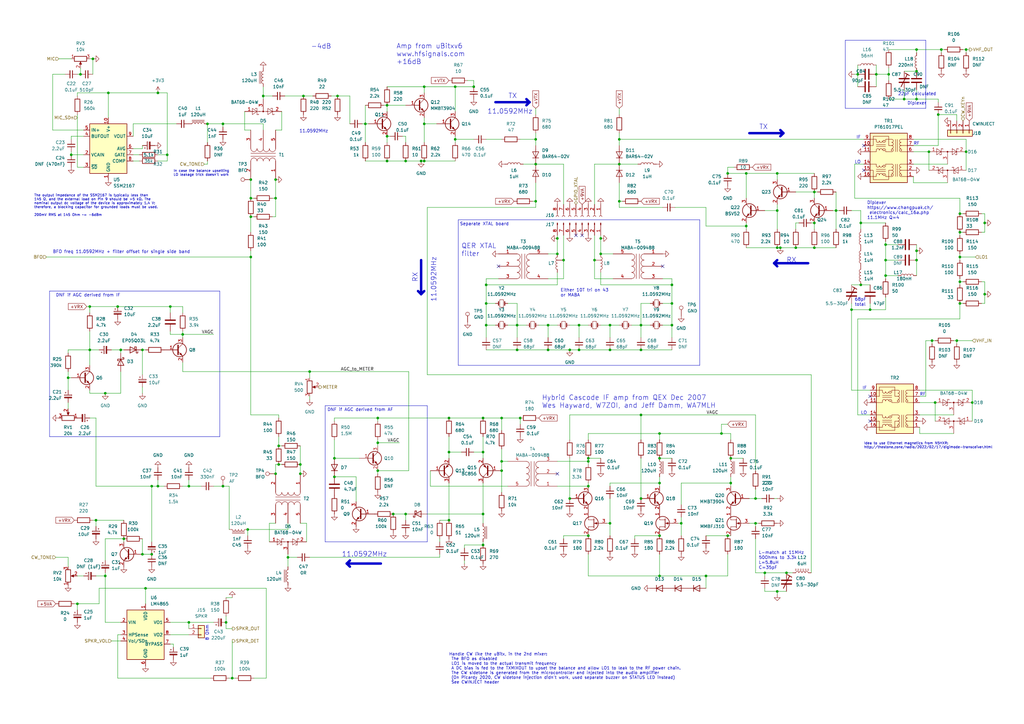
<source format=kicad_sch>
(kicad_sch (version 20230121) (generator eeschema)

  (uuid 0e592cd4-1950-44ef-9727-8e526f4c4e12)

  (paper "A3")

  (title_block
    (title "DART-70 TRX")
    (date "2023-03-25")
    (rev "1")
    (company "HB9EGM")
    (comment 1 "A 4m Band SSB/CW Transceiver")
    (comment 2 "Baseband")
  )

  

  (junction (at 186.69 57.15) (diameter 0) (color 0 0 0 0)
    (uuid 0079a40d-5664-4eb5-a4a1-35e197c9e578)
  )
  (junction (at 172.72 66.04) (diameter 0) (color 0 0 0 0)
    (uuid 027f19f3-a3d5-4daa-a96e-c5d9a71c1df8)
  )
  (junction (at 158.75 55.88) (diameter 0) (color 0 0 0 0)
    (uuid 02d8bab6-e62a-43d8-ae0a-47eb8be52f66)
  )
  (junction (at 58.42 143.51) (diameter 0) (color 0 0 0 0)
    (uuid 059f4155-bed3-4fb2-9baa-d569f31b7e5d)
  )
  (junction (at 320.04 101.6) (diameter 0) (color 0 0 0 0)
    (uuid 076a6a07-11fa-4191-a538-035a47a6b026)
  )
  (junction (at 199.39 124.46) (diameter 0) (color 0 0 0 0)
    (uuid 08e3fbcd-b24c-43b5-a2a5-3ed606084464)
  )
  (junction (at 375.92 20.32) (diameter 0) (color 0 0 0 0)
    (uuid 0e0e432b-78ea-4677-9624-cfa175a66f05)
  )
  (junction (at 262.89 143.51) (diameter 0) (color 0 0 0 0)
    (uuid 0e565d2a-00bb-4f20-8e2e-0f824e8d2762)
  )
  (junction (at 356.87 127) (diameter 0) (color 0 0 0 0)
    (uuid 0e79f50c-6749-4775-a4f9-1113788b2e6b)
  )
  (junction (at 241.3 189.23) (diameter 0) (color 0 0 0 0)
    (uuid 0f8367d0-e4ea-40ae-8dac-4e16d60a532f)
  )
  (junction (at 298.45 71.12) (diameter 0) (color 0 0 0 0)
    (uuid 1012b60c-7995-4cf6-a029-e4cda1fc26a4)
  )
  (junction (at 39.37 213.36) (diameter 0) (color 0 0 0 0)
    (uuid 1761eacf-5516-4f80-af22-ca5c2f3d7629)
  )
  (junction (at 173.99 50.8) (diameter 0) (color 0 0 0 0)
    (uuid 17a2367e-a2ff-4b57-83ee-9ab25894ec97)
  )
  (junction (at 48.26 125.73) (diameter 0) (color 0 0 0 0)
    (uuid 1843d2c0-629c-44e7-8460-03ced60a2111)
  )
  (junction (at 334.01 101.6) (diameter 0) (color 0 0 0 0)
    (uuid 1938c685-27ac-44a9-aab4-2c6ed50b8ec7)
  )
  (junction (at 295.91 177.8) (diameter 0) (color 0 0 0 0)
    (uuid 1a164a1f-45a6-43b7-9b64-349463c23d37)
  )
  (junction (at 166.37 210.82) (diameter 0) (color 0 0 0 0)
    (uuid 1c038126-c738-4381-b698-5c33c4341ae8)
  )
  (junction (at 64.77 38.1) (diameter 0) (color 0 0 0 0)
    (uuid 1d478e31-7d05-4026-94bc-716d6e6d4a57)
  )
  (junction (at 262.89 204.47) (diameter 0) (color 0 0 0 0)
    (uuid 1de51305-582b-4628-8092-75c3cf54eea0)
  )
  (junction (at 113.03 194.31) (diameter 0) (color 0 0 0 0)
    (uuid 1e5b8adc-bfe4-4d62-8fbb-b09ad198c5b6)
  )
  (junction (at 233.68 143.51) (diameter 0) (color 0 0 0 0)
    (uuid 210630ed-a720-499f-8ec9-3630627e1e05)
  )
  (junction (at 194.31 35.56) (diameter 0) (color 0 0 0 0)
    (uuid 222d63d3-68ff-4a04-b7c3-6efd5c4ab9e1)
  )
  (junction (at 381 62.23) (diameter 0) (color 0 0 0 0)
    (uuid 223b72c8-191b-4d26-8e73-2beb56cb0a2b)
  )
  (junction (at 298.45 219.71) (diameter 0) (color 0 0 0 0)
    (uuid 22f086a0-4e36-4832-8e1e-3bdb65f5c3f2)
  )
  (junction (at 212.09 143.51) (diameter 0) (color 0 0 0 0)
    (uuid 24fd922c-d488-4d61-b6dc-9d3e359ccc82)
  )
  (junction (at 299.72 187.96) (diameter 0) (color 0 0 0 0)
    (uuid 2583e10f-d237-4b6a-a35d-cff26f964496)
  )
  (junction (at 384.81 46.99) (diameter 0) (color 0 0 0 0)
    (uuid 2752e81c-fd78-4adc-8a3e-c2100d5bd7d7)
  )
  (junction (at 44.45 38.1) (diameter 0) (color 0 0 0 0)
    (uuid 2792ed93-89db-4e51-99ff-281323e776eb)
  )
  (junction (at 43.18 161.29) (diameter 0) (color 0 0 0 0)
    (uuid 2ac61f93-ebdb-4844-a9b1-76718596cd8a)
  )
  (junction (at 158.75 43.18) (diameter 0) (color 0 0 0 0)
    (uuid 2cd3680a-9e9d-4c97-9125-39c64a75e644)
  )
  (junction (at 270.51 198.12) (diameter 0) (color 0 0 0 0)
    (uuid 2d264e2f-7e31-4a17-86c5-13a68ab3ff7e)
  )
  (junction (at 363.22 106.68) (diameter 0) (color 0 0 0 0)
    (uuid 2fd14c3b-7e81-4330-b4b6-7d3b5d88fd5c)
  )
  (junction (at 393.7 115.57) (diameter 0) (color 0 0 0 0)
    (uuid 2fdc7923-56aa-4f0e-b559-e1b2e79c3c8f)
  )
  (junction (at 114.3 190.5) (diameter 0) (color 0 0 0 0)
    (uuid 30a877c2-a2d2-45b6-a8fa-8c4567fd5621)
  )
  (junction (at 382.27 139.7) (diameter 0) (color 0 0 0 0)
    (uuid 30dc039a-a902-4295-a2ea-7a00c6153126)
  )
  (junction (at 318.77 71.12) (diameter 0) (color 0 0 0 0)
    (uuid 315201dd-7991-408a-b65b-aa397fb29cdd)
  )
  (junction (at 38.1 24.13) (diameter 0) (color 0 0 0 0)
    (uuid 335263d3-7e35-4a9c-83c2-cd71d45f0688)
  )
  (junction (at 383.54 165.1) (diameter 0) (color 0 0 0 0)
    (uuid 3365c11b-b4a5-418d-85ee-41028926f18a)
  )
  (junction (at 351.79 30.48) (diameter 0) (color 0 0 0 0)
    (uuid 3b4c9779-bcad-4732-8142-8c3ab8d0419f)
  )
  (junction (at 173.99 35.56) (diameter 0) (color 0 0 0 0)
    (uuid 3bd6009a-f48b-4c66-92de-4d24549b4c7d)
  )
  (junction (at 161.29 210.82) (diameter 0) (color 0 0 0 0)
    (uuid 3bf0f30a-4c02-4011-9e56-5268cd9a18bc)
  )
  (junction (at 198.12 171.45) (diameter 0) (color 0 0 0 0)
    (uuid 3e9deac2-8e86-484c-b76a-a334d0715f66)
  )
  (junction (at 403.86 120.65) (diameter 0) (color 0 0 0 0)
    (uuid 3f6ba890-8616-4e68-b9d0-3d4eacc2e5c7)
  )
  (junction (at 254 82.55) (diameter 0) (color 0 0 0 0)
    (uuid 3fab5bb1-8815-4b0a-a5a7-85bc20dde8b0)
  )
  (junction (at 375.92 106.68) (diameter 0) (color 0 0 0 0)
    (uuid 3fcecab3-b47b-4a8c-9fb9-b323af94bc6b)
  )
  (junction (at 173.99 66.04) (diameter 0) (color 0 0 0 0)
    (uuid 43c88063-044a-47b7-b010-f3fb76152eec)
  )
  (junction (at 375.92 102.87) (diameter 0) (color 0 0 0 0)
    (uuid 446196fa-4af3-4fe1-9348-f02489c61276)
  )
  (junction (at 199.39 133.35) (diameter 0) (color 0 0 0 0)
    (uuid 460147d8-e4b6-4910-88e9-07d1ddd6c2df)
  )
  (junction (at 219.71 57.15) (diameter 0) (color 0 0 0 0)
    (uuid 485f8372-6f58-431e-9419-bfc90ad67732)
  )
  (junction (at 364.49 30.48) (diameter 0) (color 0 0 0 0)
    (uuid 4b3ba67b-606d-4750-abb9-54a01fd7bc1a)
  )
  (junction (at 212.09 133.35) (diameter 0) (color 0 0 0 0)
    (uuid 4b982f8b-ca29-4ebf-88fc-8a50b24e0802)
  )
  (junction (at 359.41 30.48) (diameter 0) (color 0 0 0 0)
    (uuid 4bcbab50-174d-4a4b-8660-c13a99f4d953)
  )
  (junction (at 246.38 104.14) (diameter 0) (color 0 0 0 0)
    (uuid 4d4b296b-354c-4f54-8b98-a9fec52fa110)
  )
  (junction (at 375.92 29.21) (diameter 0) (color 0 0 0 0)
    (uuid 4dbafe87-53e2-4b1b-b9d1-f029995a0c51)
  )
  (junction (at 91.44 50.8) (diameter 0) (color 0 0 0 0)
    (uuid 4f100da6-d6f9-4b77-90f1-fda986c2ed73)
  )
  (junction (at 113.03 81.28) (diameter 0) (color 0 0 0 0)
    (uuid 4f661a6f-98d8-4461-9401-113364b1e3a8)
  )
  (junction (at 184.15 213.36) (diameter 0) (color 0 0 0 0)
    (uuid 510aabe6-d19e-45d2-9ee4-74f6d2e6df89)
  )
  (junction (at 393.7 87.63) (diameter 0) (color 0 0 0 0)
    (uuid 56e3e10b-0165-4e27-9816-f40b5bb7e426)
  )
  (junction (at 275.59 133.35) (diameter 0) (color 0 0 0 0)
    (uuid 5c4341e3-29f4-4014-ad6b-9b4cb50156a6)
  )
  (junction (at 246.38 97.79) (diameter 0) (color 0 0 0 0)
    (uuid 5d58706a-c013-405c-9112-847886006796)
  )
  (junction (at 262.89 133.35) (diameter 0) (color 0 0 0 0)
    (uuid 5dbda758-e74b-4ccf-ad68-495d537d68ba)
  )
  (junction (at 275.59 124.46) (diameter 0) (color 0 0 0 0)
    (uuid 5fc44bfc-3a32-42f5-89ff-303d655beeb1)
  )
  (junction (at 198.12 223.52) (diameter 0) (color 0 0 0 0)
    (uuid 611c0051-64b3-4ff6-b51a-6ea814324060)
  )
  (junction (at 69.85 125.73) (diameter 0) (color 0 0 0 0)
    (uuid 62ed984b-c070-4de1-bd86-30aeb09fb9cd)
  )
  (junction (at 326.39 101.6) (diameter 0) (color 0 0 0 0)
    (uuid 6333a58f-0905-40bf-8806-a9405483f292)
  )
  (junction (at 138.43 39.37) (diameter 0) (color 0 0 0 0)
    (uuid 67d87795-1d4f-4f21-9afa-f7da30e8b867)
  )
  (junction (at 342.9 86.36) (diameter 0) (color 0 0 0 0)
    (uuid 6bdd7ca9-a767-4e33-bf37-498b319fce63)
  )
  (junction (at 102.87 88.9) (diameter 0) (color 0 0 0 0)
    (uuid 6e61ed05-4ce2-4d6e-b300-e8935e213361)
  )
  (junction (at 62.23 227.33) (diameter 0) (color 0 0 0 0)
    (uuid 707b1436-6255-4e74-ac3c-e365f258d4c7)
  )
  (junction (at 270.51 236.22) (diameter 0) (color 0 0 0 0)
    (uuid 711716b4-cb3c-40a8-915f-7a9cd1c1a345)
  )
  (junction (at 306.07 92.71) (diameter 0) (color 0 0 0 0)
    (uuid 71548298-edf3-48ed-bda9-4f920bb3ffda)
  )
  (junction (at 334.01 91.44) (diameter 0) (color 0 0 0 0)
    (uuid 7203aae8-7ab5-4754-be1f-92fd79bf7883)
  )
  (junction (at 228.6 104.14) (diameter 0) (color 0 0 0 0)
    (uuid 7292e3c7-8290-4fad-a17c-92a17c78ac6c)
  )
  (junction (at 127 152.4) (diameter 0) (color 0 0 0 0)
    (uuid 76f10a7e-8bc4-4240-8e23-1f6453db5228)
  )
  (junction (at 254 57.15) (diameter 0) (color 0 0 0 0)
    (uuid 782fd8fa-9fb0-44b6-bdfd-23367a676327)
  )
  (junction (at 299.72 198.12) (diameter 0) (color 0 0 0 0)
    (uuid 79aa4561-3272-488a-aacc-d24a783bf3fa)
  )
  (junction (at 393.7 105.41) (diameter 0) (color 0 0 0 0)
    (uuid 88658da7-484b-4fb1-bd87-cf0fe9fbbc98)
  )
  (junction (at 318.77 86.36) (diameter 0) (color 0 0 0 0)
    (uuid 897a30bd-82ab-4191-9e1c-88c95eb420c0)
  )
  (junction (at 205.74 171.45) (diameter 0) (color 0 0 0 0)
    (uuid 89924c9d-894c-4783-bb98-91fe4fffc426)
  )
  (junction (at 363.22 100.33) (diameter 0) (color 0 0 0 0)
    (uuid 89a0992d-b4b4-4a98-9018-0c3e3ac7c4ed)
  )
  (junction (at 403.86 91.44) (diameter 0) (color 0 0 0 0)
    (uuid 8a030abd-885a-4b15-b74a-b44dc2b6c7d7)
  )
  (junction (at 334.01 78.74) (diameter 0) (color 0 0 0 0)
    (uuid 8cad30c6-cd21-4b04-8aa8-5dfd9876668a)
  )
  (junction (at 370.84 40.64) (diameter 0) (color 0 0 0 0)
    (uuid 8d45f61e-b48a-4d9a-9705-81179d1cee29)
  )
  (junction (at 92.71 255.27) (diameter 0) (color 0 0 0 0)
    (uuid 8d612602-5cc8-45dd-a943-2a29be4b9ede)
  )
  (junction (at 102.87 81.28) (diameter 0) (color 0 0 0 0)
    (uuid 8edc9989-feda-4190-96e8-8ba0ca953891)
  )
  (junction (at 43.18 236.22) (diameter 0) (color 0 0 0 0)
    (uuid 8f57152a-781e-4e8e-b36c-e81f9a864e3b)
  )
  (junction (at 250.19 214.63) (diameter 0) (color 0 0 0 0)
    (uuid 91049a94-ccf8-463e-ab05-8a76a56be653)
  )
  (junction (at 309.88 214.63) (diameter 0) (color 0 0 0 0)
    (uuid 9134413a-edf3-40ce-9ec2-93a536746842)
  )
  (junction (at 318.77 242.57) (diameter 0) (color 0 0 0 0)
    (uuid 92b5166e-7b6a-4c31-94b5-b9d3f56f30b6)
  )
  (junction (at 205.74 189.23) (diameter 0) (color 0 0 0 0)
    (uuid 94a7e072-a853-4895-a974-0e863ac9edc2)
  )
  (junction (at 113.03 73.66) (diameter 0) (color 0 0 0 0)
    (uuid 9501ad82-8c5c-4bd6-a4e5-d738b7099508)
  )
  (junction (at 224.79 133.35) (diameter 0) (color 0 0 0 0)
    (uuid 9666bb6a-0c1d-4c92-be6d-94a465ec5c51)
  )
  (junction (at 64.77 199.39) (diameter 0) (color 0 0 0 0)
    (uuid 97e09b83-0572-4634-8ce7-0a86f1339fd8)
  )
  (junction (at 107.95 39.37) (diameter 0) (color 0 0 0 0)
    (uuid 983034d1-18ea-4dac-8753-9630cc5e0592)
  )
  (junction (at 386.08 20.32) (diameter 0) (color 0 0 0 0)
    (uuid 9873db56-1f37-4fe2-98ad-60e4c87af40c)
  )
  (junction (at 275.59 116.84) (diameter 0) (color 0 0 0 0)
    (uuid 9918dbb5-067b-4f72-a60f-e99dd790b7bf)
  )
  (junction (at 270.51 177.8) (diameter 0) (color 0 0 0 0)
    (uuid 994aaeb0-a945-4297-8f22-64b15ec2470b)
  )
  (junction (at 363.22 113.03) (diameter 0) (color 0 0 0 0)
    (uuid 9a438e91-12f1-4003-9587-51635f0ae695)
  )
  (junction (at 102.87 73.66) (diameter 0) (color 0 0 0 0)
    (uuid 9d0f1857-3b05-4e01-b461-94289f64ce4a)
  )
  (junction (at 123.19 194.31) (diameter 0) (color 0 0 0 0)
    (uuid 9d1032f1-04b7-4a45-a406-c5f306a5a4a3)
  )
  (junction (at 154.94 193.04) (diameter 0) (color 0 0 0 0)
    (uuid a31e2cb7-a272-450b-beca-1b3c3565662d)
  )
  (junction (at 393.7 95.25) (diameter 0) (color 0 0 0 0)
    (uuid a4615cb6-40e1-4e6b-aa44-484a7357f4a4)
  )
  (junction (at 198.12 185.42) (diameter 0) (color 0 0 0 0)
    (uuid a4ec02e9-e140-4dcc-958f-47f7624526cb)
  )
  (junction (at 36.83 125.73) (diameter 0) (color 0 0 0 0)
    (uuid a65cad0c-0ef1-4ea5-a965-4eae7ac1f6af)
  )
  (junction (at 231.14 106.68) (diameter 0) (color 0 0 0 0)
    (uuid a662cdd6-a57e-4364-b8b3-c025c426c5be)
  )
  (junction (at 31.75 247.65) (diameter 0) (color 0 0 0 0)
    (uuid a69f72c8-ce0f-4293-bf44-c6832495c836)
  )
  (junction (at 77.47 199.39) (diameter 0) (color 0 0 0 0)
    (uuid a7cad282-51c3-4f24-be5e-311c2c5e959b)
  )
  (junction (at 137.16 195.58) (diameter 0) (color 0 0 0 0)
    (uuid a8675aa5-24f4-4a65-9564-259800e24a61)
  )
  (junction (at 228.6 97.79) (diameter 0) (color 0 0 0 0)
    (uuid aa537d78-628c-458e-8a08-c2dae82aca82)
  )
  (junction (at 318.77 101.6) (diameter 0) (color 0 0 0 0)
    (uuid aad5fe2f-2964-4c2f-90b5-8ec10e02fb70)
  )
  (junction (at 158.75 66.04) (diameter 0) (color 0 0 0 0)
    (uuid ab5a5163-9113-4726-bc7a-7e25f5bcb137)
  )
  (junction (at 27.94 154.94) (diameter 0) (color 0 0 0 0)
    (uuid ac0e5582-f44c-4bc2-8ae7-2c3f1115fb00)
  )
  (junction (at 33.02 30.48) (diameter 0) (color 0 0 0 0)
    (uuid ad2d033c-4040-4813-b5da-82cf827f9d86)
  )
  (junction (at 237.49 133.35) (diameter 0) (color 0 0 0 0)
    (uuid ad485fa9-ca4c-467a-b6d9-302ae2ec4eaa)
  )
  (junction (at 91.44 199.39) (diameter 0) (color 0 0 0 0)
    (uuid ae4c18cc-90ed-4d31-b27a-ee22bf49a14e)
  )
  (junction (at 237.49 143.51) (diameter 0) (color 0 0 0 0)
    (uuid aed41e50-066a-4d5d-9b35-33c86a58f817)
  )
  (junction (at 309.88 204.47) (diameter 0) (color 0 0 0 0)
    (uuid b046cbfe-7bd9-4ac8-9c60-a84b90a07076)
  )
  (junction (at 198.12 210.82) (diameter 0) (color 0 0 0 0)
    (uuid b0bd599f-5320-4de4-9844-b1248597f45d)
  )
  (junction (at 59.69 241.3) (diameter 0) (color 0 0 0 0)
    (uuid b2c93e47-1b35-4bce-b217-c95c59af9fea)
  )
  (junction (at 102.87 105.41) (diameter 0) (color 0 0 0 0)
    (uuid b2fc5a98-a9c8-4ffb-bf05-9a95788a6f6e)
  )
  (junction (at 199.39 116.84) (diameter 0) (color 0 0 0 0)
    (uuid b3ba518e-938d-434b-8f72-5ecf3fd42313)
  )
  (junction (at 154.94 181.61) (diameter 0) (color 0 0 0 0)
    (uuid b52e2ac1-1ad4-4299-a3b7-5950aeda9b09)
  )
  (junction (at 219.71 67.31) (diameter 0) (color 0 0 0 0)
    (uuid b55942a4-2e67-4c91-a2e2-17d287af1b39)
  )
  (junction (at 58.42 227.33) (diameter 0) (color 0 0 0 0)
    (uuid b67c5032-3958-4f67-8cff-2bc749aa2559)
  )
  (junction (at 68.58 63.5) (diameter 0) (color 0 0 0 0)
    (uuid b6a3e709-356a-4a55-ac00-07ba73afac37)
  )
  (junction (at 313.69 234.95) (diameter 0) (color 0 0 0 0)
    (uuid b7b0b83f-2dad-41a6-8e3b-dd0617021680)
  )
  (junction (at 233.68 204.47) (diameter 0) (color 0 0 0 0)
    (uuid bb8fc86a-138e-468d-a6f3-4d425bea2798)
  )
  (junction (at 241.3 199.39) (diameter 0) (color 0 0 0 0)
    (uuid bcb7b50e-e30b-4748-9ad3-15fd19268fd8)
  )
  (junction (at 270.51 187.96) (diameter 0) (color 0 0 0 0)
    (uuid bdd38f4a-d1f5-49ea-86a0-7074369f7406)
  )
  (junction (at 101.6 217.17) (diameter 0) (color 0 0 0 0)
    (uuid bf1cf86a-4cef-455a-b67c-093dbb9970e5)
  )
  (junction (at 95.25 278.13) (diameter 0) (color 0 0 0 0)
    (uuid bff74fb8-2e53-4140-9d30-8bb9b336dda4)
  )
  (junction (at 50.8 220.98) (diameter 0) (color 0 0 0 0)
    (uuid c07980be-125c-4459-be81-f2b8371f5ae2)
  )
  (junction (at 205.74 193.04) (diameter 0) (color 0 0 0 0)
    (uuid c41a688f-80a3-4252-bb37-134631846db3)
  )
  (junction (at 250.19 143.51) (diameter 0) (color 0 0 0 0)
    (uuid c8816f2b-d043-4f02-8988-815e5e7435ee)
  )
  (junction (at 118.11 228.6) (diameter 0) (color 0 0 0 0)
    (uuid c8c4fbfe-4e9c-445d-882a-7f1bac80adc8)
  )
  (junction (at 250.19 133.35) (diameter 0) (color 0 0 0 0)
    (uuid ca2ddb3d-eff7-4148-ac57-d5c14ba8be31)
  )
  (junction (at 393.7 124.46) (diameter 0) (color 0 0 0 0)
    (uuid ca5a4e59-a0d9-41f3-a4f9-8e9003dc636c)
  )
  (junction (at 241.3 187.96) (diameter 0) (color 0 0 0 0)
    (uuid cf4a7a0f-4b62-4a14-8810-1f9be9bb8bca)
  )
  (junction (at 375.92 40.64) (diameter 0) (color 0 0 0 0)
    (uuid cfd26f0b-c959-40e8-8a7e-48204bb5c64f)
  )
  (junction (at 224.79 143.51) (diameter 0) (color 0 0 0 0)
    (uuid d3e01bdf-5c14-407f-80a1-1d934fc04fab)
  )
  (junction (at 149.86 50.8) (diameter 0) (color 0 0 0 0)
    (uuid d46cfddd-ae59-45a8-a05e-501b77d91351)
  )
  (junction (at 124.46 39.37) (diameter 0) (color 0 0 0 0)
    (uuid d47b6e93-2883-4b61-9107-b49e482eb126)
  )
  (junction (at 270.51 219.71) (diameter 0) (color 0 0 0 0)
    (uuid d5fa5081-044e-4305-8f5d-d2a56bf86d29)
  )
  (junction (at 77.47 255.27) (diameter 0) (color 0 0 0 0)
    (uuid d6fda246-3399-48cd-8a06-99bbdf8c75e4)
  )
  (junction (at 241.3 219.71) (diameter 0) (color 0 0 0 0)
    (uuid d703d54e-2823-4563-98c8-59d8b8b54fec)
  )
  (junction (at 166.37 66.04) (diameter 0) (color 0 0 0 0)
    (uuid d774c163-0e71-4e59-99e8-33a6c910c00d)
  )
  (junction (at 62.23 199.39) (diameter 0) (color 0 0 0 0)
    (uuid d7d4c350-2318-4a09-b921-0a78963f6666)
  )
  (junction (at 254 67.31) (diameter 0) (color 0 0 0 0)
    (uuid d964cb21-9482-4b14-9981-964030a476a5)
  )
  (junction (at 219.71 82.55) (diameter 0) (color 0 0 0 0)
    (uuid d96c7ae3-a14b-4da8-8c67-7918799c8e60)
  )
  (junction (at 396.24 62.23) (diameter 0) (color 0 0 0 0)
    (uuid daa9b5c5-21a2-4482-b81a-69bb9f749fb7)
  )
  (junction (at 186.69 35.56) (diameter 0) (color 0 0 0 0)
    (uuid dcdfeb28-863e-4a43-ad64-f6e45863b4d7)
  )
  (junction (at 213.36 171.45) (diameter 0) (color 0 0 0 0)
    (uuid ddaaa428-40ee-45ee-a789-6961e25a11bb)
  )
  (junction (at 392.43 139.7) (diameter 0) (color 0 0 0 0)
    (uuid de1eb50d-ef90-4d0d-a112-fc865a422b99)
  )
  (junction (at 289.56 236.22) (diameter 0) (color 0 0 0 0)
    (uuid df231e82-dc0c-49c1-a01b-d2be84591ff3)
  )
  (junction (at 322.58 234.95) (diameter 0) (color 0 0 0 0)
    (uuid e15f6002-d342-413a-a773-225c5f4cfb04)
  )
  (junction (at 396.24 20.32) (diameter 0) (color 0 0 0 0)
    (uuid e2d27bd1-d4c5-4321-a13b-160cb2d6015d)
  )
  (junction (at 49.53 143.51) (diameter 0) (color 0 0 0 0)
    (uuid e3903eeb-8b72-4b40-a088-cbbba270c01b)
  )
  (junction (at 184.15 171.45) (diameter 0) (color 0 0 0 0)
    (uuid e68e2295-e5ad-41e7-931d-7bf2c40e2981)
  )
  (junction (at 279.4 214.63) (diameter 0) (color 0 0 0 0)
    (uuid e736b041-4756-4726-980f-1b93cf00a2ad)
  )
  (junction (at 243.84 106.68) (diameter 0) (color 0 0 0 0)
    (uuid e7eee956-d2ad-4d33-9823-9759f9a8aab1)
  )
  (junction (at 74.93 137.16) (diameter 0) (color 0 0 0 0)
    (uuid e8558fbd-ea42-43a6-966a-7bd304bdfaad)
  )
  (junction (at 353.06 91.44) (diameter 0) (color 0 0 0 0)
    (uuid e8822f44-e7ca-47f3-a9bc-951244c889e7)
  )
  (junction (at 36.83 143.51) (diameter 0) (color 0 0 0 0)
    (uuid eac540a2-0555-4530-b9cb-9b037a65c0a7)
  )
  (junction (at 114.3 182.88) (diameter 0) (color 0 0 0 0)
    (uuid eb3c65f0-3082-4c13-98c1-cac8dc7eccac)
  )
  (junction (at 137.16 187.96) (diameter 0) (color 0 0 0 0)
    (uuid ecba702e-9fb5-4bd7-9b08-5197492ec54b)
  )
  (junction (at 349.25 127) (diameter 0) (color 0 0 0 0)
    (uuid ef4c798c-4721-49f1-8016-e362a6672715)
  )
  (junction (at 398.78 165.1) (diameter 0) (color 0 0 0 0)
    (uuid efac21da-3f93-4ae4-bab8-dbdec293c35e)
  )
  (junction (at 306.07 71.12) (diameter 0) (color 0 0 0 0)
    (uuid f02e930f-fe1a-4921-a9df-ee330f41d2bd)
  )
  (junction (at 154.94 171.45) (diameter 0) (color 0 0 0 0)
    (uuid f1a9e2a2-6347-4852-b335-cf8402c433a4)
  )
  (junction (at 353.06 116.84) (diameter 0) (color 0 0 0 0)
    (uuid f22dadd7-4a1b-4449-b981-cbbeced9fbc5)
  )
  (junction (at 85.09 50.8) (diameter 0) (color 0 0 0 0)
    (uuid f9362574-7797-4e6e-9765-e515232ee831)
  )
  (junction (at 184.15 185.42) (diameter 0) (color 0 0 0 0)
    (uuid fb5d1a59-18d1-49ea-b504-10e76cce8897)
  )
  (junction (at 123.19 190.5) (diameter 0) (color 0 0 0 0)
    (uuid fbe71f6a-7e5a-41f1-9e6e-b2e94d49a3bc)
  )
  (junction (at 29.21 63.5) (diameter 0) (color 0 0 0 0)
    (uuid fe2b05f5-675b-44d0-956c-c5829b7c692a)
  )
  (junction (at 262.89 170.18) (diameter 0) (color 0 0 0 0)
    (uuid fe2ce942-d4c5-4b3f-a09e-cda9276450f6)
  )

  (no_connect (at 356.87 172.72) (uuid 112718f1-f222-4c50-a4f0-a42dabd066b7))
  (no_connect (at 236.22 96.52) (uuid 2b99a1e6-5f67-436f-9ed5-38e8bfd4c142))
  (no_connect (at 354.33 69.85) (uuid 36cd8509-4b06-4001-aa2f-00b548cb4477))
  (no_connect (at 204.47 109.22) (uuid 4866aeb4-d287-46eb-8d15-c55d9c708490))
  (no_connect (at 354.33 59.69) (uuid 6226f2ac-b9bf-4733-a388-cd49aa6934ae))
  (no_connect (at 356.87 162.56) (uuid 69a2fbd1-0689-4722-b099-d7d4b3a2c805))
  (no_connect (at 271.78 109.22) (uuid 8a4c8ee9-530e-4698-8694-1dcab411e819))
  (no_connect (at 228.6 194.31) (uuid afdb3662-3196-4d9d-b0e8-7f416bb5cd4f))
  (no_connect (at 238.76 96.52) (uuid ee08a6c2-528a-478b-9089-08fe9a37ec7e))

  (wire (pts (xy 403.86 87.63) (xy 403.86 91.44))
    (stroke (width 0) (type default))
    (uuid 006436ec-9ab2-4589-83be-4667e52db3bf)
  )
  (wire (pts (xy 205.74 171.45) (xy 205.74 176.53))
    (stroke (width 0) (type default))
    (uuid 00c27d59-c437-4bee-9cde-cbd48a34e31b)
  )
  (wire (pts (xy 318.77 83.82) (xy 318.77 86.36))
    (stroke (width 0) (type default))
    (uuid 00cf6024-5820-4cff-8981-5be2b438caf3)
  )
  (wire (pts (xy 87.63 199.39) (xy 91.44 199.39))
    (stroke (width 0) (type default))
    (uuid 0113fe75-9787-49bd-865f-03242ce2a366)
  )
  (wire (pts (xy 219.71 57.15) (xy 219.71 54.61))
    (stroke (width 0) (type default))
    (uuid 0125f083-fa2b-4a11-85be-7853b609b001)
  )
  (wire (pts (xy 359.41 30.48) (xy 359.41 35.56))
    (stroke (width 0) (type default))
    (uuid 01c67c04-8ed4-481b-b382-ac69e0a55001)
  )
  (wire (pts (xy 68.58 66.04) (xy 64.77 66.04))
    (stroke (width 0) (type default))
    (uuid 01caafb3-af8a-4642-870c-c290b286d040)
  )
  (wire (pts (xy 166.37 43.18) (xy 158.75 43.18))
    (stroke (width 0) (type default))
    (uuid 01f0181c-303d-46c7-ba34-20eee1c48cd1)
  )
  (wire (pts (xy 173.99 50.8) (xy 179.07 50.8))
    (stroke (width 0) (type default))
    (uuid 0222c276-ce98-44cf-9ac7-d0d00163570d)
  )
  (wire (pts (xy 190.5 231.14) (xy 190.5 229.87))
    (stroke (width 0) (type default))
    (uuid 027fc545-8a42-4646-8424-467711418116)
  )
  (wire (pts (xy 114.3 170.18) (xy 114.3 171.45))
    (stroke (width 0) (type default))
    (uuid 0332aa97-cadc-4e7a-b8af-ca59e255597d)
  )
  (wire (pts (xy 173.99 66.04) (xy 186.69 66.04))
    (stroke (width 0) (type default))
    (uuid 035d062f-f875-4853-8ca1-a348c3967bb1)
  )
  (wire (pts (xy 113.03 214.63) (xy 110.49 214.63))
    (stroke (width 0) (type default))
    (uuid 03b7756f-0559-43eb-b24d-3aefa5a15899)
  )
  (wire (pts (xy 394.97 20.32) (xy 396.24 20.32))
    (stroke (width 0) (type default))
    (uuid 03ce6745-00b2-4d2b-bad7-eb9745172859)
  )
  (wire (pts (xy 166.37 210.82) (xy 161.29 210.82))
    (stroke (width 0) (type default))
    (uuid 03dd13e2-d89f-47ed-8a2f-ce75e7a97ef3)
  )
  (wire (pts (xy 262.89 133.35) (xy 266.7 133.35))
    (stroke (width 0) (type default))
    (uuid 042fe62b-53aa-4e86-97d0-9ccb1e16a895)
  )
  (wire (pts (xy 379.73 139.7) (xy 382.27 139.7))
    (stroke (width 0) (type default))
    (uuid 0437af13-5b81-4e18-82d5-0ec28c5d895f)
  )
  (wire (pts (xy 374.65 74.93) (xy 374.65 72.39))
    (stroke (width 0) (type default))
    (uuid 047a18ce-9e77-4d7d-a9ce-60b21f671177)
  )
  (wire (pts (xy 31.75 68.58) (xy 34.29 68.58))
    (stroke (width 0) (type default))
    (uuid 04868f85-bc69-4fa9-8e62-d78ffe5ae58e)
  )
  (wire (pts (xy 396.24 20.32) (xy 397.51 20.32))
    (stroke (width 0) (type default))
    (uuid 04ef368b-f4e9-48da-956c-ee93cb3d01e8)
  )
  (wire (pts (xy 363.22 106.68) (xy 363.22 113.03))
    (stroke (width 0) (type default))
    (uuid 05ddadd4-94df-4d6a-b500-ff320675ba33)
  )
  (wire (pts (xy 241.3 227.33) (xy 241.3 236.22))
    (stroke (width 0) (type default))
    (uuid 066671d9-1fdf-4a05-a7e7-cadb7d44b89f)
  )
  (wire (pts (xy 356.87 124.46) (xy 356.87 127))
    (stroke (width 0) (type default))
    (uuid 06fedb5b-65dd-4aa0-9e2d-b04e5a505f26)
  )
  (wire (pts (xy 208.28 124.46) (xy 212.09 124.46))
    (stroke (width 0) (type default))
    (uuid 082d865b-0a4e-49c3-b18b-be47fd4a465a)
  )
  (wire (pts (xy 382.27 139.7) (xy 383.54 139.7))
    (stroke (width 0) (type default))
    (uuid 0830aef1-c986-42f8-ba6a-a3fcacbf0210)
  )
  (wire (pts (xy 309.88 234.95) (xy 309.88 220.98))
    (stroke (width 0) (type default))
    (uuid 08c8f1b4-737d-438b-967e-a77cce3833c0)
  )
  (wire (pts (xy 58.42 143.51) (xy 58.42 153.67))
    (stroke (width 0) (type default))
    (uuid 09321bf4-1ea1-49b5-b1f9-ac29d6606a74)
  )
  (wire (pts (xy 173.99 35.56) (xy 186.69 35.56))
    (stroke (width 0) (type default))
    (uuid 0943dfff-08fd-4176-a97a-8e271f47b148)
  )
  (wire (pts (xy 393.7 105.41) (xy 393.7 104.14))
    (stroke (width 0) (type default))
    (uuid 09aa0d32-f4dc-42fd-a756-e1229737bd34)
  )
  (wire (pts (xy 289.56 236.22) (xy 289.56 241.3))
    (stroke (width 0) (type default))
    (uuid 0a0c053c-54e0-4f14-b909-036d0c5fbf08)
  )
  (wire (pts (xy 158.75 43.18) (xy 158.75 45.72))
    (stroke (width 0) (type default))
    (uuid 0a80373e-7854-41a7-8441-30fd81967887)
  )
  (wire (pts (xy 254 74.93) (xy 254 82.55))
    (stroke (width 0) (type default))
    (uuid 0a9f993d-d83a-4cdc-bae3-0f40dd545220)
  )
  (wire (pts (xy 279.4 198.12) (xy 299.72 198.12))
    (stroke (width 0) (type default))
    (uuid 0b5e9f79-a50b-4078-b2be-eff1d45ab7fc)
  )
  (wire (pts (xy 309.88 234.95) (xy 313.69 234.95))
    (stroke (width 0) (type default))
    (uuid 0dc79dd3-c584-4173-b914-e6a8bcd18e45)
  )
  (wire (pts (xy 36.83 135.89) (xy 36.83 143.51))
    (stroke (width 0) (type default))
    (uuid 0e1c6bbc-4cc4-4ce9-b48a-8292bb286da8)
  )
  (wire (pts (xy 246.38 97.79) (xy 246.38 96.52))
    (stroke (width 0) (type default))
    (uuid 0f4b5c7f-79aa-4c46-b222-58e7e288b195)
  )
  (wire (pts (xy 33.02 27.94) (xy 33.02 30.48))
    (stroke (width 0) (type default))
    (uuid 100847e3-630c-4c13-ba45-180e92370805)
  )
  (wire (pts (xy 318.77 71.12) (xy 318.77 73.66))
    (stroke (width 0) (type default))
    (uuid 10ef0d40-b427-4fac-bff7-e8ca2d279fd2)
  )
  (wire (pts (xy 166.37 66.04) (xy 172.72 66.04))
    (stroke (width 0) (type default))
    (uuid 11ac1ac8-72b6-43ed-915e-50f87561daf8)
  )
  (wire (pts (xy 107.95 50.8) (xy 91.44 50.8))
    (stroke (width 0) (type default))
    (uuid 12340fb8-cd9c-4069-beec-13d4d2ea0d99)
  )
  (polyline (pts (xy 307.34 54.61) (xy 321.31 54.61))
    (stroke (width 1) (type solid))
    (uuid 1281d63b-9c8c-4454-9b2d-0bbbc27e2ae7)
  )

  (wire (pts (xy 44.45 38.1) (xy 64.77 38.1))
    (stroke (width 0) (type default))
    (uuid 12e17856-cd8c-41a8-bb2e-9faca10b0973)
  )
  (wire (pts (xy 393.7 130.81) (xy 351.79 130.81))
    (stroke (width 0) (type default))
    (uuid 15352954-5a6d-4167-94e3-a8475b279783)
  )
  (wire (pts (xy 43.18 234.95) (xy 43.18 236.22))
    (stroke (width 0) (type default))
    (uuid 15e1025c-faeb-49ff-aaa3-6ba9acaabd98)
  )
  (wire (pts (xy 137.16 172.72) (xy 137.16 171.45))
    (stroke (width 0) (type default))
    (uuid 1606d99f-0508-4f2e-b63b-47e62c4312ee)
  )
  (wire (pts (xy 386.08 21.59) (xy 386.08 20.32))
    (stroke (width 0) (type default))
    (uuid 16070e3c-2cc9-4d09-bef3-8ceccb63947e)
  )
  (wire (pts (xy 36.83 125.73) (xy 36.83 128.27))
    (stroke (width 0) (type default))
    (uuid 16aa2316-1a67-45e5-b6c4-e59dd85814f4)
  )
  (wire (pts (xy 334.01 71.12) (xy 318.77 71.12))
    (stroke (width 0) (type default))
    (uuid 16b8184d-4364-4664-b33c-1e355c0b0e6c)
  )
  (wire (pts (xy 298.45 68.58) (xy 298.45 71.12))
    (stroke (width 0) (type default))
    (uuid 171c47c2-e63c-45a5-b02c-078b78214786)
  )
  (wire (pts (xy 115.57 182.88) (xy 114.3 182.88))
    (stroke (width 0) (type default))
    (uuid 17c93850-5ebd-4f0d-b8eb-52bf14b01af4)
  )
  (wire (pts (xy 186.69 35.56) (xy 194.31 35.56))
    (stroke (width 0) (type default))
    (uuid 18723066-b973-43bf-8bbf-4c210121a928)
  )
  (wire (pts (xy 334.01 78.74) (xy 334.01 81.28))
    (stroke (width 0) (type default))
    (uuid 189610aa-2967-4418-8b8b-b36bdf6bc60b)
  )
  (wire (pts (xy 375.92 100.33) (xy 375.92 102.87))
    (stroke (width 0) (type default))
    (uuid 19028db1-670b-4d84-9d20-5aa2f8585dd7)
  )
  (wire (pts (xy 342.9 101.6) (xy 334.01 101.6))
    (stroke (width 0) (type default))
    (uuid 1966977a-39df-4890-91de-0e8ae767b0a0)
  )
  (wire (pts (xy 186.69 57.15) (xy 194.31 57.15))
    (stroke (width 0) (type default))
    (uuid 19a56892-f9d5-4508-ab75-59721c555275)
  )
  (wire (pts (xy 313.69 242.57) (xy 313.69 241.3))
    (stroke (width 0) (type default))
    (uuid 1a255025-6cad-4a3e-8763-c9c3ba585d53)
  )
  (wire (pts (xy 326.39 101.6) (xy 320.04 101.6))
    (stroke (width 0) (type default))
    (uuid 1a86e987-6d08-4b7a-b2e3-f89b9863e895)
  )
  (wire (pts (xy 146.05 195.58) (xy 146.05 205.74))
    (stroke (width 0) (type default))
    (uuid 1a9613ab-fb34-4a02-8365-aadaa421dfaf)
  )
  (wire (pts (xy 27.94 143.51) (xy 36.83 143.51))
    (stroke (width 0) (type default))
    (uuid 1a9f0d73-6986-450b-8da5-dca8d718cd0d)
  )
  (wire (pts (xy 375.92 20.32) (xy 386.08 20.32))
    (stroke (width 0) (type default))
    (uuid 1b89864d-e042-4259-99ab-c96136a33a11)
  )
  (wire (pts (xy 350.52 67.31) (xy 350.52 81.28))
    (stroke (width 0) (type default))
    (uuid 1c0378fb-8fa4-4942-8a64-86b9252ef636)
  )
  (wire (pts (xy 254 82.55) (xy 254 85.09))
    (stroke (width 0) (type default))
    (uuid 1c3c3108-d49a-4730-84a5-d29eb03028f4)
  )
  (wire (pts (xy 262.89 143.51) (xy 275.59 143.51))
    (stroke (width 0) (type default))
    (uuid 1d8cbdb8-b0d5-4f06-84c8-05770b7e9555)
  )
  (wire (pts (xy 219.71 59.69) (xy 219.71 57.15))
    (stroke (width 0) (type default))
    (uuid 1dbe419a-f71e-4ab5-9a49-e58e75747fdf)
  )
  (wire (pts (xy 118.11 217.17) (xy 101.6 217.17))
    (stroke (width 0) (type default))
    (uuid 1dc9a7fa-415c-4243-97fb-46b0d627e89d)
  )
  (wire (pts (xy 137.16 171.45) (xy 154.94 171.45))
    (stroke (width 0) (type default))
    (uuid 1ddbded3-4d65-49ba-8123-18c72e4b7f4a)
  )
  (wire (pts (xy 363.22 113.03) (xy 363.22 114.3))
    (stroke (width 0) (type default))
    (uuid 1e2c0cdd-08a6-4586-b370-3ffc74205845)
  )
  (wire (pts (xy 243.84 106.68) (xy 243.84 114.3))
    (stroke (width 0) (type default))
    (uuid 1e9638be-d271-44b9-9bc3-e37783c8782f)
  )
  (wire (pts (xy 158.75 66.04) (xy 166.37 66.04))
    (stroke (width 0) (type default))
    (uuid 1f1052c4-d15a-450f-8bb0-3cc3f3592607)
  )
  (wire (pts (xy 250.19 204.47) (xy 250.19 214.63))
    (stroke (width 0) (type default))
    (uuid 1f1c22b1-15a3-4e28-88a5-25ba2fbef197)
  )
  (wire (pts (xy 212.09 124.46) (xy 212.09 133.35))
    (stroke (width 0) (type default))
    (uuid 1fd73780-e017-4e2c-9674-56cb6f09dc2d)
  )
  (wire (pts (xy 246.38 116.84) (xy 275.59 116.84))
    (stroke (width 0) (type default))
    (uuid 2163a967-be2d-4344-a94d-f1b8da3dc3a3)
  )
  (wire (pts (xy 396.24 57.15) (xy 396.24 62.23))
    (stroke (width 0) (type default))
    (uuid 2171e051-2b1c-4df3-9987-bb0d428437aa)
  )
  (wire (pts (xy 69.85 135.89) (xy 69.85 137.16))
    (stroke (width 0) (type default))
    (uuid 22591446-6d82-47ac-b525-9e9deb496c8c)
  )
  (wire (pts (xy 137.16 180.34) (xy 137.16 187.96))
    (stroke (width 0) (type default))
    (uuid 231e5ae4-1791-4485-9a32-a64456488009)
  )
  (wire (pts (xy 111.76 88.9) (xy 113.03 88.9))
    (stroke (width 0) (type default))
    (uuid 233c88a4-9a5e-42af-96fb-5079a0c4ddfe)
  )
  (wire (pts (xy 241.3 189.23) (xy 241.3 187.96))
    (stroke (width 0) (type default))
    (uuid 25347fbb-8744-4d15-9949-de9866144f81)
  )
  (wire (pts (xy 270.51 177.8) (xy 241.3 177.8))
    (stroke (width 0) (type default))
    (uuid 2556849b-244d-40cf-86de-101d00a3273d)
  )
  (wire (pts (xy 275.59 187.96) (xy 270.51 187.96))
    (stroke (width 0) (type default))
    (uuid 25b40549-5004-4a9f-8c83-45a4561f2c44)
  )
  (wire (pts (xy 39.37 213.36) (xy 50.8 213.36))
    (stroke (width 0) (type default))
    (uuid 268a679e-e023-47f5-8a31-2516b1c23479)
  )
  (wire (pts (xy 295.91 173.99) (xy 295.91 177.8))
    (stroke (width 0) (type default))
    (uuid 27937394-9bb7-48f6-a154-02c32eca1c67)
  )
  (wire (pts (xy 342.9 78.74) (xy 342.9 86.36))
    (stroke (width 0) (type default))
    (uuid 2812f45e-ebd6-42bd-b5eb-ed95214eca8f)
  )
  (wire (pts (xy 198.12 198.12) (xy 198.12 210.82))
    (stroke (width 0) (type default))
    (uuid 287f053d-d517-4f77-a833-8d255e7a9f3f)
  )
  (wire (pts (xy 31.75 247.65) (xy 40.64 247.65))
    (stroke (width 0) (type default))
    (uuid 29b8b23a-e7ee-4dc9-92e7-c3cadb119379)
  )
  (wire (pts (xy 335.28 78.74) (xy 334.01 78.74))
    (stroke (width 0) (type default))
    (uuid 2a3e52a2-02c1-4de1-bbee-f4f094c5cf5c)
  )
  (wire (pts (xy 205.74 189.23) (xy 205.74 193.04))
    (stroke (width 0) (type default))
    (uuid 2a63233b-a7a2-4c59-82c8-58a12efecada)
  )
  (wire (pts (xy 250.19 214.63) (xy 248.92 214.63))
    (stroke (width 0) (type default))
    (uuid 2afd810b-02fc-4ddc-b23c-b8689ad0ab1d)
  )
  (wire (pts (xy 34.29 55.88) (xy 29.21 55.88))
    (stroke (width 0) (type default))
    (uuid 2b878984-ad62-40d5-87be-d30f465ae2b3)
  )
  (wire (pts (xy 74.93 152.4) (xy 74.93 148.59))
    (stroke (width 0) (type default))
    (uuid 2b894b8a-c098-4d9d-be0f-2ef41dea274e)
  )
  (wire (pts (xy 266.7 124.46) (xy 262.89 124.46))
    (stroke (width 0) (type default))
    (uuid 2ba6a5e2-be81-4fda-a558-a7c1489b8584)
  )
  (wire (pts (xy 228.6 97.79) (xy 228.6 104.14))
    (stroke (width 0) (type default))
    (uuid 2bb91631-ebd1-41f4-8f02-7d20cea9a1ea)
  )
  (wire (pts (xy 118.11 228.6) (xy 118.11 227.33))
    (stroke (width 0) (type default))
    (uuid 2bc9d2d9-93de-4c12-bc6b-86b8c29f0aa6)
  )
  (wire (pts (xy 199.39 114.3) (xy 199.39 116.84))
    (stroke (width 0) (type default))
    (uuid 2d4b6a63-930e-4ce6-8f19-abaabb68aafd)
  )
  (wire (pts (xy 349.25 160.02) (xy 349.25 127))
    (stroke (width 0) (type default))
    (uuid 2dcb67f4-c872-4b2a-956a-523605159edb)
  )
  (wire (pts (xy 128.27 39.37) (xy 124.46 39.37))
    (stroke (width 0) (type default))
    (uuid 2e63a8de-ed51-4777-8337-472b5b4f8240)
  )
  (wire (pts (xy 275.59 138.43) (xy 275.59 133.35))
    (stroke (width 0) (type default))
    (uuid 2e6b1f7e-e4c3-43a1-ae90-c85aa40696d5)
  )
  (wire (pts (xy 259.08 133.35) (xy 262.89 133.35))
    (stroke (width 0) (type default))
    (uuid 2ec9be40-1d5a-4e2d-8a4d-4be2d3c079d5)
  )
  (wire (pts (xy 353.06 86.36) (xy 353.06 91.44))
    (stroke (width 0) (type default))
    (uuid 2f3f2305-6e67-4103-9727-21f03965c347)
  )
  (wire (pts (xy 214.63 67.31) (xy 219.71 67.31))
    (stroke (width 0) (type default))
    (uuid 3026ca22-9079-411a-bec8-e95daa0137af)
  )
  (wire (pts (xy 125.73 214.63) (xy 123.19 214.63))
    (stroke (width 0) (type default))
    (uuid 307b7b86-dfcd-43e5-adae-a42ec65f9c2c)
  )
  (wire (pts (xy 241.3 190.5) (xy 241.3 189.23))
    (stroke (width 0) (type default))
    (uuid 31405bcc-b3b5-4799-beda-e88762b1ff65)
  )
  (wire (pts (xy 241.3 236.22) (xy 270.51 236.22))
    (stroke (width 0) (type default))
    (uuid 314a73cd-4340-4691-9097-14e559730536)
  )
  (wire (pts (xy 167.64 152.4) (xy 167.64 193.04))
    (stroke (width 0) (type default))
    (uuid 321ed9e4-ae5b-472e-9566-a066b96db8bf)
  )
  (wire (pts (xy 233.68 170.18) (xy 233.68 180.34))
    (stroke (width 0) (type default))
    (uuid 3276e29e-f986-4a1b-866c-9d3cbd2e5d3d)
  )
  (wire (pts (xy 186.69 45.72) (xy 186.69 35.56))
    (stroke (width 0) (type default))
    (uuid 32d50c10-a20b-414f-afaf-7821cceaf33a)
  )
  (wire (pts (xy 26.67 30.48) (xy 21.59 30.48))
    (stroke (width 0) (type default))
    (uuid 33b48673-c959-4510-b6fa-fd3f7bdb00fd)
  )
  (wire (pts (xy 64.77 63.5) (xy 68.58 63.5))
    (stroke (width 0) (type default))
    (uuid 33b6dbe8-d555-4f35-a63c-27c75fa09ca7)
  )
  (wire (pts (xy 118.11 214.63) (xy 118.11 217.17))
    (stroke (width 0) (type default))
    (uuid 33b8f01e-acf2-48c5-adde-e838f3dfad6d)
  )
  (wire (pts (xy 172.72 66.04) (xy 173.99 66.04))
    (stroke (width 0) (type default))
    (uuid 341e0f4b-92fa-44cf-9e72-3a5fc025563e)
  )
  (wire (pts (xy 377.19 177.8) (xy 377.19 175.26))
    (stroke (width 0) (type default))
    (uuid 34971b89-a71c-4b1e-9611-7fffde0ef9c4)
  )
  (wire (pts (xy 212.09 138.43) (xy 212.09 133.35))
    (stroke (width 0) (type default))
    (uuid 35343f32-90ff-4059-a108-111fb444c3d2)
  )
  (wire (pts (xy 394.97 124.46) (xy 393.7 124.46))
    (stroke (width 0) (type default))
    (uuid 3586fadc-dfb0-445d-9e9e-609ee49ba8a3)
  )
  (wire (pts (xy 27.94 160.02) (xy 27.94 154.94))
    (stroke (width 0) (type default))
    (uuid 35e60fa0-27cf-4d0e-8bab-b364400c08c0)
  )
  (wire (pts (xy 123.19 194.31) (xy 123.19 190.5))
    (stroke (width 0) (type default))
    (uuid 362da67e-2cbf-4626-b5c1-6c5ba9fb75f9)
  )
  (wire (pts (xy 208.28 189.23) (xy 205.74 189.23))
    (stroke (width 0) (type default))
    (uuid 364f7692-8fd2-4996-8f00-fec21fff2827)
  )
  (wire (pts (xy 275.59 133.35) (xy 271.78 133.35))
    (stroke (width 0) (type default))
    (uuid 36696ac6-2db1-4b52-ae3d-9f3c89d2042f)
  )
  (wire (pts (xy 332.74 153.67) (xy 175.26 153.67))
    (stroke (width 0) (type default))
    (uuid 369c2242-d22f-4370-b888-6adc5e444aec)
  )
  (wire (pts (xy 43.18 220.98) (xy 50.8 220.98))
    (stroke (width 0) (type default))
    (uuid 37776474-3e55-452d-b61d-56f6c437c0b7)
  )
  (wire (pts (xy 368.3 113.03) (xy 363.22 113.03))
    (stroke (width 0) (type default))
    (uuid 37c4ff09-2526-492b-a9f8-7ea7ff67af23)
  )
  (wire (pts (xy 104.14 278.13) (xy 109.22 278.13))
    (stroke (width 0) (type default))
    (uuid 37f9ff9e-4ac0-495a-8616-d843451c132e)
  )
  (polyline (pts (xy 20.32 179.07) (xy 20.32 119.38))
    (stroke (width 0) (type default))
    (uuid 38a62d51-e863-4b0e-8f07-7e1cafdb4037)
  )

  (wire (pts (xy 49.53 260.35) (xy 48.26 260.35))
    (stroke (width 0) (type default))
    (uuid 38d04039-5d82-48aa-b8b9-bc35b46616f0)
  )
  (wire (pts (xy 198.12 210.82) (xy 175.26 210.82))
    (stroke (width 0) (type default))
    (uuid 393131ec-a9a2-4b13-8fa7-5bb85d9e7338)
  )
  (wire (pts (xy 199.39 116.84) (xy 199.39 124.46))
    (stroke (width 0) (type default))
    (uuid 3a274653-eff3-4ffe-9be8-2bfd0950af0a)
  )
  (polyline (pts (xy 172.72 120.65) (xy 173.99 119.38))
    (stroke (width 1) (type solid))
    (uuid 3a303245-2826-476f-837a-6c776ac8eec5)
  )
  (polyline (pts (xy 317.5 107.95) (xy 318.77 106.68))
    (stroke (width 1) (type default))
    (uuid 3ae1ad84-1d31-4d2b-b989-ca9af6058aea)
  )

  (wire (pts (xy 384.81 46.99) (xy 384.81 59.69))
    (stroke (width 0) (type default))
    (uuid 3b27dc08-2c00-4501-9b7e-e1fc9c4c1450)
  )
  (wire (pts (xy 237.49 133.35) (xy 241.3 133.35))
    (stroke (width 0) (type default))
    (uuid 3c11bba2-1b60-442e-87b9-29fc89c74881)
  )
  (wire (pts (xy 318.77 204.47) (xy 317.5 204.47))
    (stroke (width 0) (type default))
    (uuid 3ccaef01-74e6-4115-959d-fbd093047018)
  )
  (wire (pts (xy 243.84 114.3) (xy 251.46 114.3))
    (stroke (width 0) (type default))
    (uuid 3ce385e6-83c9-457f-9081-a08d654779c4)
  )
  (wire (pts (xy 85.09 50.8) (xy 91.44 50.8))
    (stroke (width 0) (type default))
    (uuid 3d0f8577-6ffa-41a9-8b25-878e6e828efa)
  )
  (wire (pts (xy 213.36 173.99) (xy 213.36 171.45))
    (stroke (width 0) (type default))
    (uuid 3d84257e-dfac-4e83-ad7d-92150f9df1d8)
  )
  (wire (pts (xy 344.17 86.36) (xy 342.9 86.36))
    (stroke (width 0) (type default))
    (uuid 3d93a3e9-87ac-4a3b-9b9e-a240dd18c534)
  )
  (wire (pts (xy 39.37 199.39) (xy 62.23 199.39))
    (stroke (width 0) (type default))
    (uuid 3dac0765-17a2-43b9-bab1-cc5f50ce960f)
  )
  (wire (pts (xy 158.75 55.88) (xy 158.75 58.42))
    (stroke (width 0) (type default))
    (uuid 3e47bf3b-545f-417b-95f8-0ce48a2e696b)
  )
  (wire (pts (xy 45.72 143.51) (xy 49.53 143.51))
    (stroke (width 0) (type default))
    (uuid 3f206607-332e-4c96-8963-5302804f476f)
  )
  (wire (pts (xy 189.23 185.42) (xy 184.15 185.42))
    (stroke (width 0) (type default))
    (uuid 3f2a51a5-354e-4662-86fe-5462c2bd8d58)
  )
  (wire (pts (xy 403.86 115.57) (xy 403.86 120.65))
    (stroke (width 0) (type default))
    (uuid 3f89e29b-9d8f-481a-a517-85ca9e00b6c5)
  )
  (wire (pts (xy 31.75 46.99) (xy 31.75 68.58))
    (stroke (width 0) (type default))
    (uuid 4102ae0e-3d75-40cd-957b-0b4db5d3f5ee)
  )
  (wire (pts (xy 127 163.83) (xy 127 162.56))
    (stroke (width 0) (type default))
    (uuid 4116bfc2-eab3-4c29-a983-44eacd9f10f5)
  )
  (polyline (pts (xy 172.72 120.65) (xy 171.45 119.38))
    (stroke (width 1) (type default))
    (uuid 4163deab-1cd6-41dd-a3a6-4003a316c140)
  )

  (wire (pts (xy 36.83 161.29) (xy 43.18 161.29))
    (stroke (width 0) (type default))
    (uuid 4208e41d-1d0a-40b9-bf94-fcbeb6562f9d)
  )
  (wire (pts (xy 241.3 198.12) (xy 241.3 199.39))
    (stroke (width 0) (type default))
    (uuid 421e1cc2-36a4-4dea-b009-97c228e970dc)
  )
  (wire (pts (xy 300.99 68.58) (xy 298.45 68.58))
    (stroke (width 0) (type default))
    (uuid 42209508-7425-4ef6-9bd3-77e80b4d9abd)
  )
  (wire (pts (xy 270.51 198.12) (xy 270.51 199.39))
    (stroke (width 0) (type default))
    (uuid 426d408a-ed40-43b4-b8c5-0e2c5087c1f6)
  )
  (polyline (pts (xy 175.26 166.37) (xy 133.35 166.37))
    (stroke (width 0) (type default))
    (uuid 4284f916-8fed-4278-b00c-4c3f313faf80)
  )

  (wire (pts (xy 262.89 170.18) (xy 233.68 170.18))
    (stroke (width 0) (type default))
    (uuid 437cfd94-f586-4649-a4a7-54b6265ccf76)
  )
  (wire (pts (xy 393.7 87.63) (xy 394.97 87.63))
    (stroke (width 0) (type default))
    (uuid 444b90a0-e12f-4604-8031-264a2e3dcb20)
  )
  (wire (pts (xy 241.3 219.71) (xy 231.14 219.71))
    (stroke (width 0) (type default))
    (uuid 44df90bf-029f-4262-a166-22df8e216390)
  )
  (wire (pts (xy 64.77 199.39) (xy 64.77 196.85))
    (stroke (width 0) (type default))
    (uuid 44e993be-f2df-4e61-a598-dfd6e106a208)
  )
  (wire (pts (xy 309.88 204.47) (xy 307.34 204.47))
    (stroke (width 0) (type default))
    (uuid 454e30d7-bcaa-4ad9-9d06-8047eb4476bc)
  )
  (wire (pts (xy 101.6 217.17) (xy 101.6 219.71))
    (stroke (width 0) (type default))
    (uuid 45583653-c1b9-48b1-85eb-b50796173085)
  )
  (polyline (pts (xy 346.71 16.51) (xy 346.71 44.45))
    (stroke (width 0) (type default))
    (uuid 461edb23-c1ec-4e0f-871a-a240c1cd3a36)
  )

  (wire (pts (xy 250.19 138.43) (xy 250.19 133.35))
    (stroke (width 0) (type default))
    (uuid 462f8e7e-09c6-4676-ba4f-fd07b2868aa8)
  )
  (wire (pts (xy 191.77 33.02) (xy 194.31 33.02))
    (stroke (width 0) (type default))
    (uuid 466b5642-6c10-45a7-84e5-76759a53f192)
  )
  (wire (pts (xy 110.49 214.63) (xy 110.49 222.25))
    (stroke (width 0) (type default))
    (uuid 46ae2584-1b1d-400b-a946-46158d09b58d)
  )
  (wire (pts (xy 379.73 139.7) (xy 379.73 162.56))
    (stroke (width 0) (type default))
    (uuid 46da1e60-4761-4966-96b0-d563aff527c6)
  )
  (wire (pts (xy 255.27 82.55) (xy 254 82.55))
    (stroke (width 0) (type default))
    (uuid 479fe35f-e09c-4372-8e15-6784a7e3fd2e)
  )
  (polyline (pts (xy 287.02 90.17) (xy 287.02 149.86))
    (stroke (width 0) (type default))
    (uuid 47e3424a-459d-4696-b1ce-e9ec51099a1c)
  )

  (wire (pts (xy 275.59 116.84) (xy 275.59 124.46))
    (stroke (width 0) (type default))
    (uuid 47e8fba7-36e4-45b9-a8af-75005a86d254)
  )
  (wire (pts (xy 353.06 116.84) (xy 356.87 116.84))
    (stroke (width 0) (type default))
    (uuid 492c5c5d-50ff-4f53-8bfe-dbeae65bd117)
  )
  (wire (pts (xy 231.14 220.98) (xy 231.14 219.71))
    (stroke (width 0) (type default))
    (uuid 4931cfe6-a57f-424e-bedb-abc0697ca70b)
  )
  (polyline (pts (xy 142.24 231.14) (xy 143.51 229.87))
    (stroke (width 1) (type default))
    (uuid 4a76b230-b78d-4796-9f68-c133f21f299a)
  )

  (wire (pts (xy 149.86 66.04) (xy 158.75 66.04))
    (stroke (width 0) (type default))
    (uuid 4c76f766-86d7-4a64-b1aa-c2031c80d4f9)
  )
  (wire (pts (xy 306.07 92.71) (xy 306.07 91.44))
    (stroke (width 0) (type default))
    (uuid 4cd21fa0-7b67-47f6-b094-824c04769f7a)
  )
  (wire (pts (xy 43.18 255.27) (xy 49.53 255.27))
    (stroke (width 0) (type default))
    (uuid 4ce56cdb-8470-4b42-9ca5-e46d2f98344e)
  )
  (wire (pts (xy 43.18 220.98) (xy 43.18 229.87))
    (stroke (width 0) (type default))
    (uuid 4cef478d-ce34-4d8e-8420-37dbcb7ebab2)
  )
  (wire (pts (xy 241.3 180.34) (xy 241.3 177.8))
    (stroke (width 0) (type default))
    (uuid 4d49a0aa-f132-4d9a-8008-eb3731d0492a)
  )
  (wire (pts (xy 271.78 124.46) (xy 275.59 124.46))
    (stroke (width 0) (type default))
    (uuid 4e43689e-9cf0-4146-b69d-54896ee090d3)
  )
  (wire (pts (xy 289.56 236.22) (xy 270.51 236.22))
    (stroke (width 0) (type default))
    (uuid 4f4c7500-1079-402a-a4d0-1b3ec566c005)
  )
  (wire (pts (xy 113.03 81.28) (xy 113.03 88.9))
    (stroke (width 0) (type default))
    (uuid 4f650738-cacc-469e-acc7-40ee5d49f8f4)
  )
  (wire (pts (xy 309.88 200.66) (xy 309.88 204.47))
    (stroke (width 0) (type default))
    (uuid 4ff8f15b-b56c-4999-b071-e57847f73476)
  )
  (wire (pts (xy 194.31 185.42) (xy 198.12 185.42))
    (stroke (width 0) (type default))
    (uuid 5030a7a1-a98a-4a1f-9156-d5d077f3c23f)
  )
  (wire (pts (xy 298.45 227.33) (xy 298.45 236.22))
    (stroke (width 0) (type default))
    (uuid 50928973-c6f1-4b2b-a504-e4f02238a437)
  )
  (wire (pts (xy 354.33 67.31) (xy 350.52 67.31))
    (stroke (width 0) (type default))
    (uuid 50c93d3b-a94c-4345-b9de-1bc66acdfbe1)
  )
  (wire (pts (xy 270.51 227.33) (xy 270.51 236.22))
    (stroke (width 0) (type default))
    (uuid 51294bad-a7d2-4fff-a653-b88def9fe12f)
  )
  (wire (pts (xy 326.39 91.44) (xy 326.39 93.98))
    (stroke (width 0) (type default))
    (uuid 5201a205-e70c-4273-9cc1-3a41fa9ea85e)
  )
  (wire (pts (xy 320.04 101.6) (xy 318.77 101.6))
    (stroke (width 0) (type default))
    (uuid 5203ec46-5c15-40af-a728-fa3778c9831e)
  )
  (wire (pts (xy 391.16 177.8) (xy 377.19 177.8))
    (stroke (width 0) (type default))
    (uuid 524b0bbc-ded0-4ac4-9d45-7316ae611d2e)
  )
  (wire (pts (xy 219.71 67.31) (xy 231.14 67.31))
    (stroke (width 0) (type default))
    (uuid 52c53af8-00c7-4afd-b3f7-41edda49431d)
  )
  (wire (pts (xy 205.74 171.45) (xy 198.12 171.45))
    (stroke (width 0) (type default))
    (uuid 53a7277a-bd72-4503-81ee-dc81381da923)
  )
  (wire (pts (xy 180.34 227.33) (xy 180.34 228.6))
    (stroke (width 0) (type default))
    (uuid 548c7f77-c8cf-4755-8709-30d0d38f18ee)
  )
  (wire (pts (xy 270.51 198.12) (xy 250.19 198.12))
    (stroke (width 0) (type default))
    (uuid 54b8142c-865d-46b7-bd41-9094b627d1ea)
  )
  (wire (pts (xy 313.69 236.22) (xy 313.69 234.95))
    (stroke (width 0) (type default))
    (uuid 557af375-62cf-4d80-b800-c9f2342e59c4)
  )
  (wire (pts (xy 92.71 255.27) (xy 92.71 257.81))
    (stroke (width 0) (type default))
    (uuid 558a0009-c3ac-4149-9b82-e1cd2bc91ced)
  )
  (wire (pts (xy 102.87 88.9) (xy 102.87 95.25))
    (stroke (width 0) (type default))
    (uuid 55af8e26-666e-4bcf-9038-cbe40d71a3b1)
  )
  (wire (pts (xy 27.94 154.94) (xy 29.21 154.94))
    (stroke (width 0) (type default))
    (uuid 56bbedad-6259-4443-b321-0ffa1f89c336)
  )
  (wire (pts (xy 318.77 71.12) (xy 306.07 71.12))
    (stroke (width 0) (type default))
    (uuid 58bd414d-1da5-4de0-bedc-7c4d6ecbc663)
  )
  (wire (pts (xy 212.09 143.51) (xy 224.79 143.51))
    (stroke (width 0) (type default))
    (uuid 59ee13a4-660e-47e2-a73a-01cfe11439e9)
  )
  (wire (pts (xy 262.89 187.96) (xy 262.89 204.47))
    (stroke (width 0) (type default))
    (uuid 5a8feb70-4d5b-4e2c-8d26-ac865b90757b)
  )
  (wire (pts (xy 402.59 87.63) (xy 403.86 87.63))
    (stroke (width 0) (type default))
    (uuid 5b6f407f-496c-4f1e-96a6-2b4991b97515)
  )
  (wire (pts (xy 383.54 165.1) (xy 377.19 165.1))
    (stroke (width 0) (type default))
    (uuid 5c343ab4-66b0-4ea0-8d7b-0bb9831b7a66)
  )
  (polyline (pts (xy 142.24 231.14) (xy 143.51 232.41))
    (stroke (width 1) (type solid))
    (uuid 5c95f03e-5261-43cc-8304-e101a8ce2704)
  )

  (wire (pts (xy 154.94 171.45) (xy 154.94 172.72))
    (stroke (width 0) (type default))
    (uuid 5d37c8f9-7255-4e71-9e76-a95b616c7023)
  )
  (wire (pts (xy 93.98 217.17) (xy 93.98 199.39))
    (stroke (width 0) (type default))
    (uuid 5d387dc5-0c0a-4058-b883-4ef0f13025d0)
  )
  (wire (pts (xy 186.69 57.15) (xy 186.69 58.42))
    (stroke (width 0) (type default))
    (uuid 5d629d5f-2f67-4551-82d1-b6b6c872f3e7)
  )
  (wire (pts (xy 36.83 160.02) (xy 36.83 161.29))
    (stroke (width 0) (type default))
    (uuid 5da0928a-9939-439c-bcbe-74de097058a8)
  )
  (polyline (pts (xy 156.21 231.14) (xy 142.24 231.14))
    (stroke (width 1) (type solid))
    (uuid 5e246b05-7b84-41b7-b24a-f95ceb8350be)
  )

  (wire (pts (xy 143.51 50.8) (xy 143.51 39.37))
    (stroke (width 0) (type default))
    (uuid 5e3b1c7c-d5e6-4828-a847-032315d3ea6b)
  )
  (wire (pts (xy 402.59 95.25) (xy 403.86 95.25))
    (stroke (width 0) (type default))
    (uuid 5e4d3796-8e8c-41b2-b1a5-8c62b37efbe4)
  )
  (wire (pts (xy 173.99 35.56) (xy 173.99 38.1))
    (stroke (width 0) (type default))
    (uuid 5ebc4cfe-555b-4a0d-a2c0-002c23002349)
  )
  (wire (pts (xy 318.77 242.57) (xy 322.58 242.57))
    (stroke (width 0) (type default))
    (uuid 601a3079-487f-4a58-ab73-688af782d04e)
  )
  (wire (pts (xy 167.64 193.04) (xy 154.94 193.04))
    (stroke (width 0) (type default))
    (uuid 608bdcfa-0373-4c55-bff4-a0411020bb36)
  )
  (wire (pts (xy 289.56 85.09) (xy 289.56 92.71))
    (stroke (width 0) (type default))
    (uuid 60ea7d8f-a908-4241-b060-30e3b9bf35d6)
  )
  (wire (pts (xy 311.15 214.63) (xy 309.88 214.63))
    (stroke (width 0) (type default))
    (uuid 612f025d-551f-4e49-8b5d-a819986441cc)
  )
  (wire (pts (xy 198.12 179.07) (xy 198.12 185.42))
    (stroke (width 0) (type default))
    (uuid 616ebf13-1041-4466-b8c2-d62553fdacc5)
  )
  (wire (pts (xy 123.19 190.5) (xy 123.19 182.88))
    (stroke (width 0) (type default))
    (uuid 61dff740-b34e-4d82-aa37-022743173856)
  )
  (wire (pts (xy 279.4 207.01) (xy 279.4 198.12))
    (stroke (width 0) (type default))
    (uuid 62213c76-72a9-4c47-aa4a-ef940e4a622f)
  )
  (wire (pts (xy 127 228.6) (xy 180.34 228.6))
    (stroke (width 0) (type default))
    (uuid 6230dd1e-551d-46fc-ad83-c7718abd92c4)
  )
  (wire (pts (xy 67.31 199.39) (xy 64.77 199.39))
    (stroke (width 0) (type default))
    (uuid 6239967a-77bd-4ec9-89cd-e04efd8dbe26)
  )
  (wire (pts (xy 351.79 26.67) (xy 351.79 30.48))
    (stroke (width 0) (type default))
    (uuid 623f1621-060f-45f6-88bd-561c5af2acb1)
  )
  (wire (pts (xy 392.43 139.7) (xy 398.78 139.7))
    (stroke (width 0) (type default))
    (uuid 625c04a1-c241-42db-b68b-0fcebe1cf05b)
  )
  (wire (pts (xy 115.57 45.72) (xy 115.57 53.34))
    (stroke (width 0) (type default))
    (uuid 6284d8a0-1f58-40d1-8472-4260bed0c7f7)
  )
  (polyline (pts (xy 133.35 167.64) (xy 133.35 166.37))
    (stroke (width 0) (type default))
    (uuid 6441305e-3590-44d5-9ead-1c464ec62f7b)
  )

  (wire (pts (xy 54.61 55.88) (xy 54.61 50.8))
    (stroke (width 0) (type default))
    (uuid 652a58cb-4f72-4c5d-98bc-12af8be4a16e)
  )
  (wire (pts (xy 107.95 35.56) (xy 107.95 39.37))
    (stroke (width 0) (type default))
    (uuid 65465d56-817d-4884-ae47-8bad0efefd46)
  )
  (wire (pts (xy 40.64 143.51) (xy 36.83 143.51))
    (stroke (width 0) (type default))
    (uuid 6579642b-a152-47f7-af0e-0d8866bdfcb8)
  )
  (wire (pts (xy 173.99 50.8) (xy 173.99 58.42))
    (stroke (width 0) (type default))
    (uuid 6586325d-a1b9-438e-b778-06845a1dc5e4)
  )
  (wire (pts (xy 204.47 114.3) (xy 199.39 114.3))
    (stroke (width 0) (type default))
    (uuid 65c04885-0d43-46fc-aa17-22185fcfe974)
  )
  (wire (pts (xy 107.95 53.34) (xy 107.95 50.8))
    (stroke (width 0) (type default))
    (uuid 6677ce38-207e-42ad-8da7-043e0734d9e1)
  )
  (wire (pts (xy 199.39 124.46) (xy 203.2 124.46))
    (stroke (width 0) (type default))
    (uuid 66e71cd4-32e2-436f-a2c7-cec951b87904)
  )
  (wire (pts (xy 377.19 160.02) (xy 398.78 160.02))
    (stroke (width 0) (type default))
    (uuid 674fa06a-279a-49fb-a3bc-8898f1e42de5)
  )
  (polyline (pts (xy 331.47 107.95) (xy 317.5 107.95))
    (stroke (width 1) (type solid))
    (uuid 67df60dd-be03-4fd1-bb0c-90f4bc10968b)
  )

  (wire (pts (xy 198.12 210.82) (xy 198.12 214.63))
    (stroke (width 0) (type default))
    (uuid 680c1192-8a1e-4300-a7cd-ef7bb4c87384)
  )
  (wire (pts (xy 165.1 55.88) (xy 166.37 55.88))
    (stroke (width 0) (type default))
    (uuid 6816c017-2ccb-479e-9f22-54b316f5230c)
  )
  (wire (pts (xy 353.06 91.44) (xy 363.22 91.44))
    (stroke (width 0) (type default))
    (uuid 68387c91-3b34-4a1b-8acb-8afbe6a83281)
  )
  (polyline (pts (xy 217.17 41.91) (xy 215.9 43.18))
    (stroke (width 1) (type default))
    (uuid 6843e6cd-4b70-4863-8ce7-e20d66a6c467)
  )

  (wire (pts (xy 241.3 199.39) (xy 228.6 199.39))
    (stroke (width 0) (type default))
    (uuid 68bb7527-cf5e-4d93-95d9-e93c273fb386)
  )
  (wire (pts (xy 27.94 165.1) (xy 27.94 167.64))
    (stroke (width 0) (type default))
    (uuid 68c7348a-0454-4fbf-b511-6a075194c78a)
  )
  (wire (pts (xy 49.53 143.51) (xy 50.8 143.51))
    (stroke (width 0) (type default))
    (uuid 68f7174d-ce7a-41b4-89f8-dd7e3ded57a1)
  )
  (wire (pts (xy 69.85 137.16) (xy 74.93 137.16))
    (stroke (width 0) (type default))
    (uuid 6a3aff19-5e5c-466c-80b5-82ab994aaee1)
  )
  (wire (pts (xy 375.92 106.68) (xy 375.92 113.03))
    (stroke (width 0) (type default))
    (uuid 6b19a8a4-056d-44ec-a4ad-c581782c0047)
  )
  (wire (pts (xy 198.12 171.45) (xy 184.15 171.45))
    (stroke (width 0) (type default))
    (uuid 6cdd50bd-1188-4620-8e4f-368a173ab413)
  )
  (wire (pts (xy 279.4 214.63) (xy 279.4 219.71))
    (stroke (width 0) (type default))
    (uuid 6d162ee8-074c-4d9f-a276-e927eb92a235)
  )
  (wire (pts (xy 166.37 55.88) (xy 166.37 58.42))
    (stroke (width 0) (type default))
    (uuid 6d3c7712-8cda-4039-8fe8-b1516a6d3aca)
  )
  (wire (pts (xy 149.86 43.18) (xy 149.86 50.8))
    (stroke (width 0) (type default))
    (uuid 6d53261f-b0db-4380-8d8d-078f89f10106)
  )
  (wire (pts (xy 322.58 234.95) (xy 325.12 234.95))
    (stroke (width 0) (type default))
    (uuid 6d87a367-4df9-412f-8267-631ff0faa00b)
  )
  (wire (pts (xy 228.6 111.76) (xy 228.6 116.84))
    (stroke (width 0) (type default))
    (uuid 6de42070-f906-4f60-b26b-662ced81e4ea)
  )
  (wire (pts (xy 36.83 143.51) (xy 36.83 149.86))
    (stroke (width 0) (type default))
    (uuid 6e416a78-df14-48ee-9842-e6e24081191e)
  )
  (wire (pts (xy 224.79 138.43) (xy 224.79 133.35))
    (stroke (width 0) (type default))
    (uuid 6e77d4d6-0239-4c20-98f8-23ae4f71d638)
  )
  (polyline (pts (xy 187.96 90.17) (xy 287.02 90.17))
    (stroke (width 0) (type default))
    (uuid 6ee0aee5-dcd6-4c86-9578-66fd2a07923e)
  )

  (wire (pts (xy 180.34 213.36) (xy 184.15 213.36))
    (stroke (width 0) (type default))
    (uuid 6f43d39d-fe14-4132-a046-1d7f8cdb47e2)
  )
  (wire (pts (xy 124.46 39.37) (xy 116.84 39.37))
    (stroke (width 0) (type default))
    (uuid 701c0221-7bef-4215-99d6-c4e71de0f581)
  )
  (wire (pts (xy 403.86 120.65) (xy 403.86 124.46))
    (stroke (width 0) (type default))
    (uuid 70a4733d-cae1-49df-97e4-f4275675004d)
  )
  (wire (pts (xy 396.24 62.23) (xy 396.24 69.85))
    (stroke (width 0) (type default))
    (uuid 71112969-491c-4030-a62d-0099394e646b)
  )
  (wire (pts (xy 218.44 82.55) (xy 219.71 82.55))
    (stroke (width 0) (type default))
    (uuid 729c2869-ff1d-44e5-93c5-e775e05584de)
  )
  (wire (pts (xy 91.44 50.8) (xy 91.44 52.07))
    (stroke (width 0) (type default))
    (uuid 7379b354-13a7-4d74-9b31-58f89692512f)
  )
  (wire (pts (xy 224.79 104.14) (xy 228.6 104.14))
    (stroke (width 0) (type default))
    (uuid 74039d64-9b10-4c0e-a411-9733cf9eb396)
  )
  (wire (pts (xy 299.72 198.12) (xy 299.72 199.39))
    (stroke (width 0) (type default))
    (uuid 742d47be-db3c-4e05-9d4c-991a4295c5b5)
  )
  (wire (pts (xy 102.87 73.66) (xy 102.87 81.28))
    (stroke (width 0) (type default))
    (uuid 74a7c0c8-5b41-4e90-9d93-6cbbd7514c61)
  )
  (wire (pts (xy 54.61 66.04) (xy 57.15 66.04))
    (stroke (width 0) (type default))
    (uuid 74d2d2c1-d0d5-412f-ab06-bb67df0a3900)
  )
  (wire (pts (xy 254 85.09) (xy 271.78 85.09))
    (stroke (width 0) (type default))
    (uuid 74f589f3-ef0a-45a2-aa36-32d4b587ff12)
  )
  (polyline (pts (xy 187.96 90.17) (xy 187.96 149.86))
    (stroke (width 0) (type default))
    (uuid 77f63278-dd6a-44ad-be59-60e72c5a32f1)
  )

  (wire (pts (xy 275.59 116.84) (xy 275.59 114.3))
    (stroke (width 0) (type default))
    (uuid 7804fc89-8c4d-4506-b59a-491355c37915)
  )
  (wire (pts (xy 353.06 91.44) (xy 353.06 93.98))
    (stroke (width 0) (type default))
    (uuid 781ea648-598d-44f0-aa54-4364a70724df)
  )
  (wire (pts (xy 208.28 199.39) (xy 176.53 199.39))
    (stroke (width 0) (type default))
    (uuid 78e23870-9b05-480d-b825-f65c8269c89f)
  )
  (wire (pts (xy 250.19 199.39) (xy 250.19 198.12))
    (stroke (width 0) (type default))
    (uuid 78fe6eb8-dca7-4226-852e-a2bfdac2f5c0)
  )
  (wire (pts (xy 231.14 114.3) (xy 231.14 106.68))
    (stroke (width 0) (type default))
    (uuid 792ca5ed-4595-43ac-8f76-48c344e68010)
  )
  (wire (pts (xy 198.12 185.42) (xy 198.12 187.96))
    (stroke (width 0) (type default))
    (uuid 799a648d-a74f-4b59-8a8b-0e0f39382bba)
  )
  (wire (pts (xy 48.26 125.73) (xy 69.85 125.73))
    (stroke (width 0) (type default))
    (uuid 79bd7607-8381-4bff-b61a-a2c7ffa05fe5)
  )
  (wire (pts (xy 400.05 105.41) (xy 393.7 105.41))
    (stroke (width 0) (type default))
    (uuid 7abfe5b2-5304-4361-be73-011f6c471ef4)
  )
  (wire (pts (xy 368.3 100.33) (xy 363.22 100.33))
    (stroke (width 0) (type default))
    (uuid 7b2dc696-1a10-4454-b7dd-774c3af412d0)
  )
  (wire (pts (xy 114.3 179.07) (xy 114.3 182.88))
    (stroke (width 0) (type default))
    (uuid 7b4a5919-d656-4a5c-a86d-ccceb9bed61e)
  )
  (wire (pts (xy 91.44 199.39) (xy 93.98 199.39))
    (stroke (width 0) (type default))
    (uuid 7b5b3913-8c8e-47f7-8b5a-661d3d8bfa66)
  )
  (wire (pts (xy 220.98 133.35) (xy 224.79 133.35))
    (stroke (width 0) (type default))
    (uuid 7b75907b-b2ae-4362-89fa-d520339aaa5c)
  )
  (wire (pts (xy 111.76 39.37) (xy 107.95 39.37))
    (stroke (width 0) (type default))
    (uuid 7b8d8ffb-581a-4bc6-a66a-cbb1fc19abb8)
  )
  (wire (pts (xy 39.37 171.45) (xy 39.37 199.39))
    (stroke (width 0) (type default))
    (uuid 7c17edd0-6f2d-4f65-8125-a2702fda17e8)
  )
  (wire (pts (xy 363.22 127) (xy 363.22 121.92))
    (stroke (width 0) (type default))
    (uuid 7c52eaf8-65f7-463d-9b9d-7f6038bc88c0)
  )
  (wire (pts (xy 364.49 40.64) (xy 370.84 40.64))
    (stroke (width 0) (type default))
    (uuid 7c874f62-f5e6-4d5f-978f-065cfe4bb9ec)
  )
  (wire (pts (xy 199.39 143.51) (xy 212.09 143.51))
    (stroke (width 0) (type default))
    (uuid 7ce4aab5-8271-4432-a4b1-bff168293b45)
  )
  (wire (pts (xy 246.38 97.79) (xy 246.38 104.14))
    (stroke (width 0) (type default))
    (uuid 7dda9fd3-9496-4995-b71d-6ea66e48526d)
  )
  (wire (pts (xy 154.94 181.61) (xy 154.94 182.88))
    (stroke (width 0) (type default))
    (uuid 7e16deda-d1e9-4ce8-869a-887e12216c03)
  )
  (wire (pts (xy 318.77 86.36) (xy 318.77 93.98))
    (stroke (width 0) (type default))
    (uuid 7ed0a41f-bc1f-4305-a01d-90d60c56cf1e)
  )
  (wire (pts (xy 36.83 125.73) (xy 48.26 125.73))
    (stroke (width 0) (type default))
    (uuid 7f4b7c2c-9af8-4317-9338-c2a6d8990ded)
  )
  (wire (pts (xy 39.37 215.9) (xy 39.37 213.36))
    (stroke (width 0) (type default))
    (uuid 7f5547c4-c756-4c2a-8f5f-1bd85f59a8b4)
  )
  (wire (pts (xy 396.24 21.59) (xy 396.24 20.32))
    (stroke (width 0) (type default))
    (uuid 804bda20-75d0-4292-80cc-32a55cc27457)
  )
  (wire (pts (xy 370.84 36.83) (xy 370.84 40.64))
    (stroke (width 0) (type default))
    (uuid 8099263a-4071-4281-8d6a-c7c601345412)
  )
  (wire (pts (xy 402.59 115.57) (xy 403.86 115.57))
    (stroke (width 0) (type default))
    (uuid 80a634db-6f15-407c-b015-3fccdf1c686a)
  )
  (wire (pts (xy 375.92 36.83) (xy 375.92 40.64))
    (stroke (width 0) (type default))
    (uuid 81274a9a-da60-4e77-8c92-53a04e82c492)
  )
  (wire (pts (xy 83.82 67.31) (xy 85.09 67.31))
    (stroke (width 0) (type default))
    (uuid 82aeb146-d91a-48e7-ae0e-b966f55e75ad)
  )
  (wire (pts (xy 102.87 170.18) (xy 102.87 105.41))
    (stroke (width 0) (type default))
    (uuid 82d04e2c-faa4-43b4-b2fd-16fc5530faff)
  )
  (wire (pts (xy 246.38 133.35) (xy 250.19 133.35))
    (stroke (width 0) (type default))
    (uuid 83250ce3-cee5-48b2-8a3e-b1e7887d6a15)
  )
  (polyline (pts (xy 287.02 149.86) (xy 187.96 149.86))
    (stroke (width 0) (type default))
    (uuid 832aec89-217a-4ba9-b247-80884d79c326)
  )

  (wire (pts (xy 276.86 85.09) (xy 289.56 85.09))
    (stroke (width 0) (type default))
    (uuid 834aa1d9-176f-4cac-b4f5-479783d6785b)
  )
  (wire (pts (xy 393.7 96.52) (xy 393.7 95.25))
    (stroke (width 0) (type default))
    (uuid 83ab15c5-65d3-4f10-af15-4d85c850c9a9)
  )
  (wire (pts (xy 309.88 193.04) (xy 309.88 170.18))
    (stroke (width 0) (type default))
    (uuid 83e0c458-9010-4b84-bde5-090a7ffeba0e)
  )
  (wire (pts (xy 363.22 100.33) (xy 363.22 106.68))
    (stroke (width 0) (type default))
    (uuid 83f08c81-5cef-41a8-8502-7fc3c0d3aa76)
  )
  (wire (pts (xy 44.45 38.1) (xy 31.75 38.1))
    (stroke (width 0) (type default))
    (uuid 84315919-677c-4909-a747-2c92c96d5870)
  )
  (wire (pts (xy 356.87 170.18) (xy 351.79 170.18))
    (stroke (width 0) (type default))
    (uuid 851a0bc8-0ae2-4270-a2d7-cf38111e6e8f)
  )
  (wire (pts (xy 375.92 40.64) (xy 384.81 40.64))
    (stroke (width 0) (type default))
    (uuid 855ecfab-6eeb-452a-bb3d-132d1021714e)
  )
  (wire (pts (xy 334.01 101.6) (xy 326.39 101.6))
    (stroke (width 0) (type default))
    (uuid 85dfa9a2-7ff0-48e2-b03b-23a3c846dffd)
  )
  (wire (pts (xy 92.71 245.11) (xy 95.25 245.11))
    (stroke (width 0) (type default))
    (uuid 862ed0a8-c550-4ac5-8573-67acfa0c6662)
  )
  (wire (pts (xy 194.31 33.02) (xy 194.31 35.56))
    (stroke (width 0) (type default))
    (uuid 866a53b9-c687-4a0b-9a2f-416f80096770)
  )
  (wire (pts (xy 64.77 38.1) (xy 68.58 38.1))
    (stroke (width 0) (type default))
    (uuid 869b8dc7-27da-4241-9ffe-c537639f49ca)
  )
  (wire (pts (xy 392.43 46.99) (xy 384.81 46.99))
    (stroke (width 0) (type default))
    (uuid 86dbef33-8bb4-4375-8537-bffdad389f58)
  )
  (wire (pts (xy 219.71 44.45) (xy 219.71 46.99))
    (stroke (width 0) (type default))
    (uuid 86f612ac-8962-47ae-ada3-d5b970b90de3)
  )
  (wire (pts (xy 326.39 78.74) (xy 334.01 78.74))
    (stroke (width 0) (type default))
    (uuid 8763a38e-37b7-4c16-afb7-20b0a9acc7d9)
  )
  (wire (pts (xy 137.16 195.58) (xy 146.05 195.58))
    (stroke (width 0) (type default))
    (uuid 882d0059-3810-4018-b73c-6bfb52aa389f)
  )
  (wire (pts (xy 349.25 86.36) (xy 353.06 86.36))
    (stroke (width 0) (type default))
    (uuid 88b2bd1b-ade4-40dd-8aae-64d132979df7)
  )
  (wire (pts (xy 102.87 105.41) (xy 19.05 105.41))
    (stroke (width 0) (type default))
    (uuid 88de36fd-0d27-4ecc-9237-fbf499f2fe6a)
  )
  (wire (pts (xy 160.02 55.88) (xy 158.75 55.88))
    (stroke (width 0) (type default))
    (uuid 894a8cae-6944-4565-b545-9036ece0c2e3)
  )
  (wire (pts (xy 205.74 193.04) (xy 205.74 201.93))
    (stroke (width 0) (type default))
    (uuid 8a27e5e0-7095-4086-a01a-ed8a8ab2ad0d)
  )
  (wire (pts (xy 318.77 86.36) (xy 313.69 86.36))
    (stroke (width 0) (type default))
    (uuid 8bdafd1b-226e-4fdf-bca9-8e3fdaf7c619)
  )
  (wire (pts (xy 148.59 50.8) (xy 149.86 50.8))
    (stroke (width 0) (type default))
    (uuid 8cb5fd69-7979-481a-81da-0cea0792ea01)
  )
  (wire (pts (xy 198.12 223.52) (xy 190.5 223.52))
    (stroke (width 0) (type default))
    (uuid 8ce6ad12-67d1-407c-8cbb-a5d8c673f8ed)
  )
  (wire (pts (xy 334.01 91.44) (xy 334.01 93.98))
    (stroke (width 0) (type default))
    (uuid 8d03fc12-7d4d-4836-84b3-56b567599d21)
  )
  (wire (pts (xy 58.42 158.75) (xy 58.42 161.29))
    (stroke (width 0) (type default))
    (uuid 8ddee80f-a354-4a11-ae03-acb37cf50626)
  )
  (wire (pts (xy 21.59 53.34) (xy 34.29 53.34))
    (stroke (width 0) (type default))
    (uuid 8e5a3783-142f-42f6-a215-d0f81a05c5c0)
  )
  (wire (pts (xy 359.41 30.48) (xy 364.49 30.48))
    (stroke (width 0) (type default))
    (uuid 8ef31f72-35c6-4ea4-9bda-78263b0371ea)
  )
  (wire (pts (xy 350.52 30.48) (xy 351.79 30.48))
    (stroke (width 0) (type default))
    (uuid 8f03de45-ea8f-40af-bea3-ecd72c5f909b)
  )
  (wire (pts (xy 44.45 48.26) (xy 44.45 38.1))
    (stroke (width 0) (type default))
    (uuid 90207e9d-650a-4c45-b7d5-e506cc85537d)
  )
  (wire (pts (xy 250.19 143.51) (xy 262.89 143.51))
    (stroke (width 0) (type default))
    (uuid 90744d5e-9dab-4c38-a84a-09b4f88dc58e)
  )
  (wire (pts (xy 375.92 102.87) (xy 375.92 106.68))
    (stroke (width 0) (type default))
    (uuid 90866162-ba8b-4466-8263-4e9b480069bc)
  )
  (wire (pts (xy 254 57.15) (xy 254 54.61))
    (stroke (width 0) (type default))
    (uuid 90f2d2b6-01bb-4137-b7ab-48e9a5bb873f)
  )
  (wire (pts (xy 318.77 101.6) (xy 306.07 101.6))
    (stroke (width 0) (type default))
    (uuid 921b0cee-85ac-4d59-aedc-fe5529da120b)
  )
  (wire (pts (xy 102.87 53.34) (xy 100.33 53.34))
    (stroke (width 0) (type default))
    (uuid 92d590e1-9ed3-4c91-adf0-bdc2b6b37331)
  )
  (wire (pts (xy 306.07 81.28) (xy 306.07 71.12))
    (stroke (width 0) (type default))
    (uuid 932ed4c7-e39e-43ec-b995-df1e33bbf182)
  )
  (wire (pts (xy 393.7 105.41) (xy 393.7 106.68))
    (stroke (width 0) (type default))
    (uuid 93765598-e150-43be-8754-9fff6d7779c4)
  )
  (polyline (pts (xy 133.35 167.64) (xy 133.35 222.25))
    (stroke (width 0) (type default))
    (uuid 944ed010-3de8-4cfe-831a-67ef38347180)
  )

  (wire (pts (xy 275.59 124.46) (xy 275.59 133.35))
    (stroke (width 0) (type default))
    (uuid 9466b2ad-bfe1-4ba3-940d-c7a4a7d0a89c)
  )
  (wire (pts (xy 85.09 67.31) (xy 85.09 66.04))
    (stroke (width 0) (type default))
    (uuid 946c7b81-8548-4b82-954d-991f90943bc1)
  )
  (wire (pts (xy 350.52 81.28) (xy 393.7 81.28))
    (stroke (width 0) (type default))
    (uuid 947e391a-00da-4682-8ec4-2963362e11a4)
  )
  (wire (pts (xy 95.25 262.89) (xy 95.25 278.13))
    (stroke (width 0) (type default))
    (uuid 9487770c-99b5-4716-99c4-4feb3cd37d3a)
  )
  (wire (pts (xy 114.3 190.5) (xy 115.57 190.5))
    (stroke (width 0) (type default))
    (uuid 95205e5b-cee8-41d4-9510-461a62c65f39)
  )
  (wire (pts (xy 30.48 247.65) (xy 31.75 247.65))
    (stroke (width 0) (type default))
    (uuid 95f92d66-83b6-41f0-bf51-19ba94f13c27)
  )
  (wire (pts (xy 233.68 143.51) (xy 237.49 143.51))
    (stroke (width 0) (type default))
    (uuid 9600911d-0df3-419b-8d4a-8d1432a7daf2)
  )
  (wire (pts (xy 125.73 222.25) (xy 125.73 214.63))
    (stroke (width 0) (type default))
    (uuid 96d42e3c-5260-4163-9ecf-dbe1aba9ed59)
  )
  (wire (pts (xy 190.5 224.79) (xy 190.5 223.52))
    (stroke (width 0) (type default))
    (uuid 986467b0-d1bf-47a1-a37e-86028f8e433e)
  )
  (wire (pts (xy 113.03 73.66) (xy 113.03 81.28))
    (stroke (width 0) (type default))
    (uuid 988b5dd1-a604-4ea5-9993-e8f8bc3006c7)
  )
  (wire (pts (xy 279.4 212.09) (xy 279.4 214.63))
    (stroke (width 0) (type default))
    (uuid 98cb7198-8cdb-49b4-a229-90ca976d9604)
  )
  (wire (pts (xy 262.89 124.46) (xy 262.89 133.35))
    (stroke (width 0) (type default))
    (uuid 991aff4d-a7d3-4a18-b3d9-53ef56bfa070)
  )
  (wire (pts (xy 332.74 91.44) (xy 334.01 91.44))
    (stroke (width 0) (type default))
    (uuid 9950c7f4-d553-41c5-a0db-b31ca697bc49)
  )
  (wire (pts (xy 370.84 29.21) (xy 375.92 29.21))
    (stroke (width 0) (type default))
    (uuid 997a0031-0a18-44f7-b232-a6e00b35208d)
  )
  (wire (pts (xy 299.72 180.34) (xy 299.72 177.8))
    (stroke (width 0) (type default))
    (uuid 9a6b9e36-e151-481c-a609-5ce0a828c16e)
  )
  (wire (pts (xy 173.99 48.26) (xy 173.99 50.8))
    (stroke (width 0) (type default))
    (uuid 9ac8d52f-2ab4-4046-a711-7a6674619533)
  )
  (wire (pts (xy 107.95 39.37) (xy 107.95 40.64))
    (stroke (width 0) (type default))
    (uuid 9ac912bb-0dc4-4f18-9553-48eb83bd650b)
  )
  (wire (pts (xy 393.7 115.57) (xy 394.97 115.57))
    (stroke (width 0) (type default))
    (uuid 9b2fadc5-cfb1-4fc1-8ba7-7f994bda4f86)
  )
  (wire (pts (xy 299.72 177.8) (xy 295.91 177.8))
    (stroke (width 0) (type default))
    (uuid 9b4b23b4-750c-4986-af55-3ecbb074c26b)
  )
  (wire (pts (xy 175.26 153.67) (xy 175.26 85.09))
    (stroke (width 0) (type default))
    (uuid 9b74bacb-3983-4e0d-8714-8b6dcd3853d9)
  )
  (wire (pts (xy 219.71 82.55) (xy 219.71 85.09))
    (stroke (width 0) (type default))
    (uuid 9b9f9aff-4ac8-4f3d-bcde-a4b861307401)
  )
  (wire (pts (xy 402.59 124.46) (xy 403.86 124.46))
    (stroke (width 0) (type default))
    (uuid 9bb7f976-096e-44bf-9b03-e944707a2c05)
  )
  (wire (pts (xy 199.39 133.35) (xy 203.2 133.35))
    (stroke (width 0) (type default))
    (uuid 9c0314b1-f82f-432d-95a0-65e191202552)
  )
  (wire (pts (xy 233.68 133.35) (xy 237.49 133.35))
    (stroke (width 0) (type default))
    (uuid 9cd1ba63-2087-4000-a5a9-797dad78d993)
  )
  (wire (pts (xy 312.42 204.47) (xy 309.88 204.47))
    (stroke (width 0) (type default))
    (uuid 9d9ede0c-0e27-477f-80f0-dcae611f6282)
  )
  (wire (pts (xy 298.45 219.71) (xy 289.56 219.71))
    (stroke (width 0) (type default))
    (uuid 9e755e31-b4ad-4565-ac13-d8989759655c)
  )
  (wire (pts (xy 381 62.23) (xy 381 69.85))
    (stroke (width 0) (type default))
    (uuid 9e9f0f01-39de-4ac4-9c6f-ecd6f7c36c8d)
  )
  (wire (pts (xy 74.93 138.43) (xy 74.93 137.16))
    (stroke (width 0) (type default))
    (uuid 9fa51663-d9ff-42d5-ab2b-c96b6768fc7a)
  )
  (polyline (pts (xy 20.32 119.38) (xy 90.17 119.38))
    (stroke (width 0) (type default))
    (uuid 9fd6d098-1128-4ceb-8d9e-00657ad9af26)
  )

  (wire (pts (xy 246.38 111.76) (xy 246.38 116.84))
    (stroke (width 0) (type default))
    (uuid 9fd9c729-afbc-4d06-ad60-5dc91e23575e)
  )
  (polyline (pts (xy 203.2 41.91) (xy 217.17 41.91))
    (stroke (width 1) (type solid))
    (uuid a05f99e6-6159-4f34-a0c9-6e046bc4f093)
  )

  (wire (pts (xy 243.84 67.31) (xy 243.84 83.82))
    (stroke (width 0) (type default))
    (uuid a0ad128f-68b7-41f1-a544-1791a6bdcd54)
  )
  (wire (pts (xy 77.47 257.81) (xy 77.47 255.27))
    (stroke (width 0) (type default))
    (uuid a0cd6991-c54b-4b6c-adfc-0ca1b9236b7f)
  )
  (wire (pts (xy 306.07 92.71) (xy 306.07 93.98))
    (stroke (width 0) (type default))
    (uuid a0f5d4f8-6474-4940-aee2-e9379b7634da)
  )
  (wire (pts (xy 391.16 139.7) (xy 392.43 139.7))
    (stroke (width 0) (type default))
    (uuid a115dc3b-1187-43e9-add5-00afa518554a)
  )
  (wire (pts (xy 31.75 30.48) (xy 33.02 30.48))
    (stroke (width 0) (type default))
    (uuid a17368fb-646b-4ffd-9057-0994609f8a46)
  )
  (wire (pts (xy 198.12 222.25) (xy 198.12 223.52))
    (stroke (width 0) (type default))
    (uuid a1f11dd0-cbd6-4fdb-93a0-81b53efbe38f)
  )
  (wire (pts (xy 384.81 59.69) (xy 374.65 59.69))
    (stroke (width 0) (type default))
    (uuid a2ba49c0-d9aa-41ee-8039-3ef8047d8b1f)
  )
  (wire (pts (xy 40.64 241.3) (xy 40.64 247.65))
    (stroke (width 0) (type default))
    (uuid a2e1f699-3a0b-465c-97ba-ad3dfae15c7a)
  )
  (wire (pts (xy 243.84 106.68) (xy 243.84 96.52))
    (stroke (width 0) (type default))
    (uuid a2f5cea9-c4de-4e4c-b325-6a79612418d9)
  )
  (wire (pts (xy 393.7 95.25) (xy 394.97 95.25))
    (stroke (width 0) (type default))
    (uuid a33ea5da-5463-41d0-b75e-df6939eed5db)
  )
  (wire (pts (xy 50.8 220.98) (xy 50.8 222.25))
    (stroke (width 0) (type default))
    (uuid a3f168bf-fdef-4cd9-9a64-7266a3fb4fb1)
  )
  (wire (pts (xy 38.1 30.48) (xy 38.1 24.13))
    (stroke (width 0) (type default))
    (uuid a43f2e19-4e11-4e86-a12a-58a691d6df28)
  )
  (wire (pts (xy 388.62 74.93) (xy 374.65 74.93))
    (stroke (width 0) (type default))
    (uuid a4537c6b-69ec-436f-b1cc-fa5cbd0e82f7)
  )
  (wire (pts (xy 254 59.69) (xy 254 57.15))
    (stroke (width 0) (type default))
    (uuid a4b0eddd-f648-4eec-ba0e-5d9098c9aacb)
  )
  (wire (pts (xy 85.09 50.8) (xy 85.09 58.42))
    (stroke (width 0) (type default))
    (uuid a504c511-d8bd-4157-b5fa-90ff06d01ac6)
  )
  (wire (pts (xy 186.69 57.15) (xy 186.69 55.88))
    (stroke (width 0) (type default))
    (uuid a51fc177-75f3-44e3-84c4-0736727feff2)
  )
  (wire (pts (xy 135.89 39.37) (xy 138.43 39.37))
    (stroke (width 0) (type default))
    (uuid a554eb56-1392-4287-a53c-455559934882)
  )
  (wire (pts (xy 382.27 140.97) (xy 382.27 139.7))
    (stroke (width 0) (type default))
    (uuid a5705cf6-6737-4d1a-a60e-28f5280edf27)
  )
  (wire (pts (xy 118.11 232.41) (xy 118.11 228.6))
    (stroke (width 0) (type default))
    (uuid a5a55f85-2312-40b3-b689-677614810936)
  )
  (wire (pts (xy 332.74 234.95) (xy 332.74 153.67))
    (stroke (width 0) (type default))
    (uuid a5f3c2b7-5cfd-4786-9039-516fd28efa46)
  )
  (wire (pts (xy 39.37 236.22) (xy 43.18 236.22))
    (stroke (width 0) (type default))
    (uuid a6187c22-3622-4a1a-a49a-b21e96986f96)
  )
  (wire (pts (xy 59.69 241.3) (xy 59.69 247.65))
    (stroke (width 0) (type default))
    (uuid a648e3ca-3bf9-4b8e-a5d4-83d111cd670f)
  )
  (wire (pts (xy 147.32 187.96) (xy 137.16 187.96))
    (stroke (width 0) (type default))
    (uuid a670d8dd-e6e3-427b-b0e4-96e825469657)
  )
  (wire (pts (xy 59.69 241.3) (xy 40.64 241.3))
    (stroke (width 0) (type default))
    (uuid a6816ae1-55b0-4512-abb4-ddf349369f95)
  )
  (wire (pts (xy 113.03 194.31) (xy 113.03 190.5))
    (stroke (width 0) (type default))
    (uuid a7631b54-fef7-4919-a0e4-55bd4ba043f4)
  )
  (wire (pts (xy 68.58 38.1) (xy 68.58 63.5))
    (stroke (width 0) (type default))
    (uuid a8c43d49-ee8f-4f2f-9499-48275837544e)
  )
  (wire (pts (xy 254 57.15) (xy 354.33 57.15))
    (stroke (width 0) (type default))
    (uuid a91126c0-31fd-417f-be97-cf08f0a64f95)
  )
  (wire (pts (xy 154.94 180.34) (xy 154.94 181.61))
    (stroke (width 0) (type default))
    (uuid a96a2390-ef86-4195-bd41-db6c7129d162)
  )
  (wire (pts (xy 77.47 199.39) (xy 77.47 196.85))
    (stroke (width 0) (type default))
    (uuid aa0e7fe7-e9c2-477f-bcb2-53a1ebd9e3a6)
  )
  (wire (pts (xy 45.72 262.89) (xy 49.53 262.89))
    (stroke (width 0) (type default))
    (uuid aa25ffac-7603-4c67-ba8b-2fa69ad61e73)
  )
  (wire (pts (xy 237.49 143.51) (xy 250.19 143.51))
    (stroke (width 0) (type default))
    (uuid aac30e07-9da2-4f15-b289-3ca947351c45)
  )
  (wire (pts (xy 74.93 137.16) (xy 74.93 135.89))
    (stroke (width 0) (type default))
    (uuid ab26a42e-b7f6-4a80-b26c-c01085e448c7)
  )
  (wire (pts (xy 184.15 171.45) (xy 154.94 171.45))
    (stroke (width 0) (type default))
    (uuid ab3a6108-d780-4153-aac5-d291908bed49)
  )
  (polyline (pts (xy 172.72 106.68) (xy 172.72 120.65))
    (stroke (width 1) (type solid))
    (uuid ab8edd54-d96e-4f57-9eb9-c30071b28a90)
  )

  (wire (pts (xy 342.9 86.36) (xy 341.63 86.36))
    (stroke (width 0) (type default))
    (uuid ac00ca4a-2123-4e71-93c9-51ee167bd64d)
  )
  (wire (pts (xy 231.14 96.52) (xy 231.14 106.68))
    (stroke (width 0) (type default))
    (uuid ad67e606-86e4-4cf0-bde9-20a68b439d15)
  )
  (wire (pts (xy 295.91 177.8) (xy 270.51 177.8))
    (stroke (width 0) (type default))
    (uuid ad84c949-90f4-4ab6-b75d-9a22157a8121)
  )
  (wire (pts (xy 199.39 124.46) (xy 199.39 133.35))
    (stroke (width 0) (type default))
    (uuid ae4e99a2-9b94-42f4-9ce9-fc49689ab9f0)
  )
  (polyline (pts (xy 175.26 166.37) (xy 175.26 222.25))
    (stroke (width 0) (type default))
    (uuid ae84e68e-1211-4e7a-a6ca-9098bfe0f6c2)
  )

  (wire (pts (xy 370.84 40.64) (xy 375.92 40.64))
    (stroke (width 0) (type default))
    (uuid ae8cce89-114b-45da-81a3-7be28dcdf070)
  )
  (wire (pts (xy 96.52 278.13) (xy 95.25 278.13))
    (stroke (width 0) (type default))
    (uuid afe1bfff-a9ef-40bc-9868-5d0708d986a5)
  )
  (wire (pts (xy 379.73 162.56) (xy 377.19 162.56))
    (stroke (width 0) (type default))
    (uuid afe8f98a-5270-4b44-a3a1-218d93f78582)
  )
  (wire (pts (xy 250.19 133.35) (xy 254 133.35))
    (stroke (width 0) (type default))
    (uuid b09870ad-8985-4a1c-a7b1-3acb9a1b9282)
  )
  (wire (pts (xy 49.53 144.78) (xy 49.53 143.51))
    (stroke (width 0) (type default))
    (uuid b20fb198-6b0b-4cab-9ba8-ea9b46e8088f)
  )
  (wire (pts (xy 349.25 124.46) (xy 349.25 127))
    (stroke (width 0) (type default))
    (uuid b25d7573-73ad-4699-8655-37793e5846f9)
  )
  (wire (pts (xy 270.51 195.58) (xy 270.51 198.12))
    (stroke (width 0) (type default))
    (uuid b29d86b2-0366-46e7-9a91-8c4a1941caeb)
  )
  (wire (pts (xy 71.12 265.43) (xy 71.12 264.16))
    (stroke (width 0) (type default))
    (uuid b378a2dc-2ed3-4598-ad14-af97f2918627)
  )
  (wire (pts (xy 167.64 210.82) (xy 166.37 210.82))
    (stroke (width 0) (type default))
    (uuid b4539792-8a34-4396-bc51-71446ff68c05)
  )
  (wire (pts (xy 102.87 102.87) (xy 102.87 105.41))
    (stroke (width 0) (type default))
    (uuid b4cf4f0a-034f-47c2-ba17-8bedada71d07)
  )
  (wire (pts (xy 163.83 181.61) (xy 154.94 181.61))
    (stroke (width 0) (type default))
    (uuid b5402cb1-f125-464d-b51f-9bbd89d0cf58)
  )
  (wire (pts (xy 208.28 133.35) (xy 212.09 133.35))
    (stroke (width 0) (type default))
    (uuid b632afec-1444-4246-8afb-cc14a57567e7)
  )
  (wire (pts (xy 374.65 57.15) (xy 396.24 57.15))
    (stroke (width 0) (type default))
    (uuid b64e3122-bfe1-4303-bded-f5f05ee7fa1a)
  )
  (wire (pts (xy 246.38 187.96) (xy 241.3 187.96))
    (stroke (width 0) (type default))
    (uuid b67e54b1-0ac3-4b17-8fbf-e2e1b931c586)
  )
  (wire (pts (xy 298.45 236.22) (xy 289.56 236.22))
    (stroke (width 0) (type default))
    (uuid b6950d03-8cf8-49d4-a5ca-91b4fdfa9229)
  )
  (wire (pts (xy 213.36 57.15) (xy 219.71 57.15))
    (stroke (width 0) (type default))
    (uuid b6a01745-9626-4bfa-b656-a374d1035cd7)
  )
  (polyline (pts (xy 321.31 54.61) (xy 320.04 55.88))
    (stroke (width 1) (type default))
    (uuid b736073d-bfce-49ff-9437-ca43b6db7072)
  )

  (wire (pts (xy 199.39 116.84) (xy 228.6 116.84))
    (stroke (width 0) (type default))
    (uuid b758cdc4-d8c7-4a13-82b5-33ccb4564ebf)
  )
  (wire (pts (xy 58.42 59.69) (xy 58.42 60.96))
    (stroke (width 0) (type default))
    (uuid b7a98f67-0726-475f-929b-583938876891)
  )
  (wire (pts (xy 184.15 198.12) (xy 184.15 213.36))
    (stroke (width 0) (type default))
    (uuid b7e50eae-7a65-4252-966a-2c158c8e8129)
  )
  (wire (pts (xy 262.89 138.43) (xy 262.89 133.35))
    (stroke (width 0) (type default))
    (uuid b853d9ac-7829-468f-99ac-dc9996502e94)
  )
  (wire (pts (xy 39.37 213.36) (xy 38.1 213.36))
    (stroke (width 0) (type default))
    (uuid b85d2da0-4040-4904-ad69-3f708e697736)
  )
  (wire (pts (xy 62.23 199.39) (xy 62.23 222.25))
    (stroke (width 0) (type default))
    (uuid b863cb16-8e12-4d98-a0ca-238a09c8da27)
  )
  (polyline (pts (xy 346.71 44.45) (xy 379.73 44.45))
    (stroke (width 0) (type default))
    (uuid b8ab8324-d4cc-4364-b383-ddd6043628ec)
  )

  (wire (pts (xy 149.86 50.8) (xy 149.86 58.42))
    (stroke (width 0) (type default))
    (uuid b8e6eb49-83e5-473d-bc54-730e78dd5555)
  )
  (wire (pts (xy 383.54 165.1) (xy 383.54 172.72))
    (stroke (width 0) (type default))
    (uuid b91f400a-755f-40ec-92c8-1d5549d26578)
  )
  (wire (pts (xy 270.51 180.34) (xy 270.51 177.8))
    (stroke (width 0) (type default))
    (uuid b974ed7e-d581-4d99-941f-e2d2b55029a9)
  )
  (wire (pts (xy 349.25 116.84) (xy 353.06 116.84))
    (stroke (width 0) (type default))
    (uuid b9829a0b-0f06-45f6-aed1-e9038101e3a7)
  )
  (wire (pts (xy 304.8 187.96) (xy 299.72 187.96))
    (stroke (width 0) (type default))
    (uuid b9ce8e3e-e1ed-40cd-a087-5014bb2860e2)
  )
  (wire (pts (xy 68.58 63.5) (xy 68.58 66.04))
    (stroke (width 0) (type default))
    (uuid ba3f68df-a80d-4363-9b28-2b49507e87bd)
  )
  (wire (pts (xy 364.49 20.32) (xy 375.92 20.32))
    (stroke (width 0) (type default))
    (uuid bab99b91-cfb3-4720-9419-c96e388d419b)
  )
  (wire (pts (xy 309.88 215.9) (xy 309.88 214.63))
    (stroke (width 0) (type default))
    (uuid bba259b9-8171-4213-ab6c-450bc877397a)
  )
  (wire (pts (xy 113.03 190.5) (xy 114.3 190.5))
    (stroke (width 0) (type default))
    (uuid bc3c3d18-c2d1-451c-bd69-e78743fea756)
  )
  (wire (pts (xy 92.71 257.81) (xy 95.25 257.81))
    (stroke (width 0) (type default))
    (uuid bc7b8c61-27e4-4908-8669-67ebb5f692cf)
  )
  (wire (pts (xy 114.3 170.18) (xy 102.87 170.18))
    (stroke (width 0) (type default))
    (uuid bc86018c-c96f-4499-86c2-7cbc774a79cc)
  )
  (polyline (pts (xy 379.73 44.45) (xy 379.73 16.51))
    (stroke (width 0) (type default))
    (uuid bcdeb8cf-55eb-4020-a3d2-a39303a353bc)
  )

  (wire (pts (xy 364.49 30.48) (xy 364.49 33.02))
    (stroke (width 0) (type default))
    (uuid bd4e3bac-fca8-4434-bbda-bbeae49cf429)
  )
  (wire (pts (xy 176.53 199.39) (xy 176.53 193.04))
    (stroke (width 0) (type default))
    (uuid bd7a60ba-7561-4c78-be84-2d31ea3c9a90)
  )
  (wire (pts (xy 74.93 152.4) (xy 127 152.4))
    (stroke (width 0) (type default))
    (uuid bd7ebd4b-4194-4219-b2cf-f55a61b8b2e3)
  )
  (wire (pts (xy 199.39 138.43) (xy 199.39 133.35))
    (stroke (width 0) (type default))
    (uuid be030c62-e776-405f-97d8-4a4c1aa2e428)
  )
  (wire (pts (xy 261.62 67.31) (xy 254 67.31))
    (stroke (width 0) (type default))
    (uuid be3d3fcf-7238-4f94-ac9e-698b63fc2c98)
  )
  (wire (pts (xy 109.22 278.13) (xy 109.22 241.3))
    (stroke (width 0) (type default))
    (uuid be499584-c258-47b6-b0e2-9526861ecef0)
  )
  (wire (pts (xy 115.57 53.34) (xy 113.03 53.34))
    (stroke (width 0) (type default))
    (uuid be5866f0-e714-4385-895d-61798832cb08)
  )
  (wire (pts (xy 111.76 81.28) (xy 113.03 81.28))
    (stroke (width 0) (type default))
    (uuid be5e7ff7-e109-4269-b1f2-5ea5b2205234)
  )
  (wire (pts (xy 356.87 127) (xy 363.22 127))
    (stroke (width 0) (type default))
    (uuid bea2ead7-f49b-46f1-ab04-2bc0cae042a5)
  )
  (polyline (pts (xy 379.73 16.51) (xy 346.71 16.51))
    (stroke (width 0) (type default))
    (uuid bf723b4d-3c4c-4195-b8bf-3bc4129dadee)
  )

  (wire (pts (xy 364.49 27.94) (xy 364.49 30.48))
    (stroke (width 0) (type default))
    (uuid c07eb734-0859-4bb5-8935-50594a6c3c15)
  )
  (wire (pts (xy 43.18 236.22) (xy 43.18 255.27))
    (stroke (width 0) (type default))
    (uuid c0916a93-2b35-4113-a4fe-6a67a526b9f9)
  )
  (wire (pts (xy 31.75 250.19) (xy 31.75 247.65))
    (stroke (width 0) (type default))
    (uuid c0b9d717-3dee-4666-aa80-b3b3cbf24bb6)
  )
  (wire (pts (xy 224.79 133.35) (xy 228.6 133.35))
    (stroke (width 0) (type default))
    (uuid c10ace36-a93c-4c08-ac75-059ef9e1f71c)
  )
  (wire (pts (xy 237.49 138.43) (xy 237.49 133.35))
    (stroke (width 0) (type default))
    (uuid c1518dae-2aaf-4360-9028-98a626546353)
  )
  (wire (pts (xy 298.45 173.99) (xy 295.91 173.99))
    (stroke (width 0) (type default))
    (uuid c1b17eae-0b5e-46fa-aabc-65b19d4a6c85)
  )
  (wire (pts (xy 69.85 128.27) (xy 69.85 125.73))
    (stroke (width 0) (type default))
    (uuid c1fbee58-f474-4414-9110-64abd03ed7c9)
  )
  (wire (pts (xy 71.12 264.16) (xy 69.85 264.16))
    (stroke (width 0) (type default))
    (uuid c201acc2-4657-4953-8314-8005b01e8999)
  )
  (wire (pts (xy 392.43 49.53) (xy 392.43 46.99))
    (stroke (width 0) (type default))
    (uuid c3365a14-cb44-4ef7-98c4-bd3fcd1e4c97)
  )
  (wire (pts (xy 27.94 228.6) (xy 27.94 232.41))
    (stroke (width 0) (type default))
    (uuid c4282597-7308-44c4-9c71-b2ec2bb5494a)
  )
  (wire (pts (xy 228.6 97.79) (xy 228.6 96.52))
    (stroke (width 0) (type default))
    (uuid c451828c-0b4e-4ddc-a064-1937638f991e)
  )
  (wire (pts (xy 205.74 184.15) (xy 205.74 189.23))
    (stroke (width 0) (type default))
    (uuid c52bb976-13fa-4a24-81a1-5f542712ba63)
  )
  (wire (pts (xy 260.35 220.98) (xy 260.35 219.71))
    (stroke (width 0) (type default))
    (uuid c63fc73c-850a-430d-b7fb-5b0409b07f81)
  )
  (wire (pts (xy 309.88 214.63) (xy 307.34 214.63))
    (stroke (width 0) (type default))
    (uuid c6aa42b3-b911-4e5f-bedc-027557e7363b)
  )
  (wire (pts (xy 21.59 30.48) (xy 21.59 53.34))
    (stroke (width 0) (type default))
    (uuid c78d97f4-1d1b-46c3-bcbb-8424944a8978)
  )
  (wire (pts (xy 309.88 170.18) (xy 262.89 170.18))
    (stroke (width 0) (type default))
    (uuid c7be7ce7-19ce-4a48-ae04-71b6b7b179dd)
  )
  (wire (pts (xy 100.33 53.34) (xy 100.33 45.72))
    (stroke (width 0) (type default))
    (uuid c8ee0550-2c80-43cb-8b44-83a307407370)
  )
  (wire (pts (xy 356.87 160.02) (xy 349.25 160.02))
    (stroke (width 0) (type default))
    (uuid c9d20470-0fd7-490d-b9ed-816ab94e8918)
  )
  (wire (pts (xy 393.7 124.46) (xy 393.7 130.81))
    (stroke (width 0) (type default))
    (uuid ca49d492-a946-4e4e-a328-efe1a60b0fd1)
  )
  (wire (pts (xy 48.26 260.35) (xy 48.26 278.13))
    (stroke (width 0) (type default))
    (uuid ca6d9fd6-ee72-49d3-8ab2-ceb8842a871d)
  )
  (wire (pts (xy 154.94 193.04) (xy 154.94 194.31))
    (stroke (width 0) (type default))
    (uuid cac85ae7-1547-48bf-a832-ea9e07fc975a)
  )
  (wire (pts (xy 27.94 144.78) (xy 27.94 143.51))
    (stroke (width 0) (type default))
    (uuid cad44c02-7fd2-4e9a-b93a-e1b73d6a3ee6)
  )
  (wire (pts (xy 393.7 81.28) (xy 393.7 87.63))
    (stroke (width 0) (type default))
    (uuid cae0f5e0-4899-4d15-9adb-6f624fd56562)
  )
  (polyline (pts (xy 175.26 222.25) (xy 133.35 222.25))
    (stroke (width 0) (type default))
    (uuid cb200f8a-5e17-412c-870a-c42dc4524d12)
  )

  (wire (pts (xy 180.34 222.25) (xy 180.34 220.98))
    (stroke (width 0) (type default))
    (uuid cbd2d886-7d6a-4106-8d7c-bd5e0ea5b990)
  )
  (wire (pts (xy 318.77 243.84) (xy 318.77 242.57))
    (stroke (width 0) (type default))
    (uuid cc080fe9-f36f-4be3-aab9-9d8d5b7481d0)
  )
  (wire (pts (xy 29.21 55.88) (xy 29.21 57.15))
    (stroke (width 0) (type default))
    (uuid cce13a3b-854c-49ae-8b19-551eed5c4f96)
  )
  (wire (pts (xy 31.75 38.1) (xy 31.75 39.37))
    (stroke (width 0) (type default))
    (uuid cd8c6c53-febf-40c1-af77-5373add0fde7)
  )
  (wire (pts (xy 398.78 160.02) (xy 398.78 165.1))
    (stroke (width 0) (type default))
    (uuid ce5125fa-438c-4a11-b617-b615d2b56863)
  )
  (wire (pts (xy 199.39 57.15) (xy 205.74 57.15))
    (stroke (width 0) (type default))
    (uuid cf0cc3f9-f6de-4391-88fd-a7e315578a25)
  )
  (wire (pts (xy 102.87 81.28) (xy 104.14 81.28))
    (stroke (width 0) (type default))
    (uuid cf209726-fb0c-45f1-b0ff-92c26f1de30a)
  )
  (polyline (pts (xy 321.31 54.61) (xy 320.04 53.34))
    (stroke (width 1) (type solid))
    (uuid cf41f510-a7f9-49be-885e-7fcb0ccfd416)
  )

  (wire (pts (xy 231.14 83.82) (xy 231.14 67.31))
    (stroke (width 0) (type default))
    (uuid cf639683-10ca-4cac-b06e-d70cdfd889cd)
  )
  (wire (pts (xy 351.79 130.81) (xy 351.79 170.18))
    (stroke (width 0) (type default))
    (uuid d015e204-4851-4017-97bb-21ab86e9fde0)
  )
  (wire (pts (xy 224.79 143.51) (xy 233.68 143.51))
    (stroke (width 0) (type default))
    (uuid d017347c-cbb9-4df4-89ab-31f58a831157)
  )
  (wire (pts (xy 143.51 39.37) (xy 138.43 39.37))
    (stroke (width 0) (type default))
    (uuid d08f7845-567e-4830-81c2-a7dd828ea649)
  )
  (wire (pts (xy 175.26 85.09) (xy 219.71 85.09))
    (stroke (width 0) (type default))
    (uuid d1015b8c-54c3-4cf9-a2d1-23b2038ae0aa)
  )
  (wire (pts (xy 49.53 152.4) (xy 49.53 161.29))
    (stroke (width 0) (type default))
    (uuid d1f81642-eb3a-4277-b357-9cbb5a3aa5ac)
  )
  (wire (pts (xy 29.21 63.5) (xy 29.21 62.23))
    (stroke (width 0) (type default))
    (uuid d22f8c08-7c7a-481b-96ff-cad6b4c95453)
  )
  (wire (pts (xy 87.63 137.16) (xy 74.93 137.16))
    (stroke (width 0) (type default))
    (uuid d25a1e45-06d1-4c1c-9b3a-0fd8abd0bfed)
  )
  (wire (pts (xy 92.71 252.73) (xy 92.71 255.27))
    (stroke (width 0) (type default))
    (uuid d2ba2f44-2009-41ef-80cd-e791d7908035)
  )
  (wire (pts (xy 384.81 41.91) (xy 384.81 40.64))
    (stroke (width 0) (type default))
    (uuid d2e77a59-61d2-4f8a-8357-151ef6b4dc35)
  )
  (wire (pts (xy 158.75 35.56) (xy 173.99 35.56))
    (stroke (width 0) (type default))
    (uuid d3888cc0-e66e-443f-b378-d49d3f102668)
  )
  (wire (pts (xy 27.94 154.94) (xy 27.94 152.4))
    (stroke (width 0) (type default))
    (uuid d3db736b-0e33-4126-b950-5488923df40e)
  )
  (wire (pts (xy 166.37 213.36) (xy 166.37 210.82))
    (stroke (width 0) (type default))
    (uuid d4de6b21-c21c-4cfa-b455-c04fc313b3d7)
  )
  (wire (pts (xy 386.08 20.32) (xy 387.35 20.32))
    (stroke (width 0) (type default))
    (uuid d509f983-c1d5-446c-8a19-0b1eaeef3f50)
  )
  (wire (pts (xy 69.85 125.73) (xy 74.93 125.73))
    (stroke (width 0) (type default))
    (uuid d54fce64-01e8-4f5c-8f34-4e64d47e3402)
  )
  (wire (pts (xy 127 152.4) (xy 167.64 152.4))
    (stroke (width 0) (type default))
    (uuid d6813292-6356-458f-a8d7-17c25477ea98)
  )
  (wire (pts (xy 233.68 187.96) (xy 233.68 204.47))
    (stroke (width 0) (type default))
    (uuid d6892143-e931-4761-a8f6-c00e31056a27)
  )
  (polyline (pts (xy 217.17 41.91) (xy 215.9 40.64))
    (stroke (width 1) (type solid))
    (uuid d69e9455-6b6c-482c-a277-02a84709eb78)
  )

  (wire (pts (xy 363.22 106.68) (xy 368.3 106.68))
    (stroke (width 0) (type default))
    (uuid d7131781-bad9-4093-a92c-5562971610fa)
  )
  (wire (pts (xy 219.71 74.93) (xy 219.71 82.55))
    (stroke (width 0) (type default))
    (uuid d7cef5b9-bcb9-42c2-a0ca-8aaeccf2d91e)
  )
  (wire (pts (xy 27.94 228.6) (xy 22.86 228.6))
    (stroke (width 0) (type default))
    (uuid d7de2887-c7b2-4bb7-a339-632f4f906224)
  )
  (wire (pts (xy 313.69 234.95) (xy 322.58 234.95))
    (stroke (width 0) (type default))
    (uuid d888ad9c-815d-4b52-9156-d6266aebe4bf)
  )
  (wire (pts (xy 375.92 20.32) (xy 375.92 21.59))
    (stroke (width 0) (type default))
    (uuid d8c06751-5fb9-4c8d-b560-9fae7db66c27)
  )
  (wire (pts (xy 69.85 260.35) (xy 77.47 260.35))
    (stroke (width 0) (type default))
    (uuid d9608da2-7b1f-4cc7-9967-bc764c4d1413)
  )
  (polyline (pts (xy 317.5 107.95) (xy 318.77 109.22))
    (stroke (width 1) (type solid))
    (uuid db6760ad-98b1-47c1-a6dc-53af1beea1f8)
  )

  (wire (pts (xy 363.22 100.33) (xy 363.22 99.06))
    (stroke (width 0) (type default))
    (uuid dde681de-40e0-4b21-8fc6-0c73fdee3c0f)
  )
  (wire (pts (xy 306.07 71.12) (xy 298.45 71.12))
    (stroke (width 0) (type default))
    (uuid de255002-ddae-41e6-a71c-d3a3b7c1cd43)
  )
  (wire (pts (xy 243.84 67.31) (xy 254 67.31))
    (stroke (width 0) (type default))
    (uuid deb7ea1e-e822-4b07-880b-4d64d5993dee)
  )
  (wire (pts (xy 36.83 171.45) (xy 39.37 171.45))
    (stroke (width 0) (type default))
    (uuid dee57c80-5ee2-48cb-bac3-1632097795f9)
  )
  (wire (pts (xy 58.42 60.96) (xy 54.61 60.96))
    (stroke (width 0) (type default))
    (uuid dffeeb1e-3178-407e-918d-24a189f9a5c6)
  )
  (wire (pts (xy 398.78 165.1) (xy 398.78 172.72))
    (stroke (width 0) (type default))
    (uuid e025178a-6897-4647-9c5b-528472a8f76e)
  )
  (wire (pts (xy 184.15 185.42) (xy 184.15 187.96))
    (stroke (width 0) (type default))
    (uuid e053d785-20a7-40a8-8d3a-996b9045335f)
  )
  (wire (pts (xy 403.86 91.44) (xy 403.86 95.25))
    (stroke (width 0) (type default))
    (uuid e191c468-de9a-41db-b97b-33aaa0059023)
  )
  (wire (pts (xy 392.43 140.97) (xy 392.43 139.7))
    (stroke (width 0) (type default))
    (uuid e1b17c9a-498b-43ba-b527-93aaab6161be)
  )
  (wire (pts (xy 34.29 236.22) (xy 31.75 236.22))
    (stroke (width 0) (type default))
    (uuid e1df8cea-32a4-457d-86df-d8e326022a52)
  )
  (wire (pts (xy 69.85 255.27) (xy 77.47 255.27))
    (stroke (width 0) (type default))
    (uuid e25076c8-b6e1-4824-aa31-042bbbc6a061)
  )
  (wire (pts (xy 58.42 143.51) (xy 59.69 143.51))
    (stroke (width 0) (type default))
    (uuid e315fb88-f764-4ec7-a92b-006692d5e26f)
  )
  (wire (pts (xy 59.69 241.3) (xy 109.22 241.3))
    (stroke (width 0) (type default))
    (uuid e3907e1e-02b2-49f4-a9c4-a657437091fa)
  )
  (wire (pts (xy 275.59 114.3) (xy 271.78 114.3))
    (stroke (width 0) (type default))
    (uuid e3ecea54-8874-4022-98fe-b14105babb59)
  )
  (wire (pts (xy 299.72 219.71) (xy 298.45 219.71))
    (stroke (width 0) (type default))
    (uuid e3ee4c2d-8661-4b61-ab65-82613aa7516b)
  )
  (wire (pts (xy 157.48 43.18) (xy 158.75 43.18))
    (stroke (width 0) (type default))
    (uuid e438671c-4449-4945-a835-a89118779b0b)
  )
  (polyline (pts (xy 215.9 40.64) (xy 215.9 41.91))
    (stroke (width 0) (type default))
    (uuid e45f9ded-7cc7-4798-b778-22e6ba6bdf0d)
  )

  (wire (pts (xy 212.09 133.35) (xy 215.9 133.35))
    (stroke (width 0) (type default))
    (uuid e46ecd61-0bbe-4b9f-a151-a2cacac5967b)
  )
  (wire (pts (xy 241.3 189.23) (xy 228.6 189.23))
    (stroke (width 0) (type default))
    (uuid e56463e9-c4f5-4bd2-84fc-c568db547d3e)
  )
  (wire (pts (xy 289.56 92.71) (xy 306.07 92.71))
    (stroke (width 0) (type default))
    (uuid e56eec3b-c831-4500-a347-c036c395c4f3)
  )
  (wire (pts (xy 121.92 228.6) (xy 118.11 228.6))
    (stroke (width 0) (type default))
    (uuid e5cb7206-b21b-4a39-91b9-f03970112630)
  )
  (wire (pts (xy 87.63 255.27) (xy 77.47 255.27))
    (stroke (width 0) (type default))
    (uuid e5f15ad7-1bce-41bc-8507-088ffe98cc75)
  )
  (wire (pts (xy 342.9 86.36) (xy 342.9 93.98))
    (stroke (width 0) (type default))
    (uuid e6a0e25b-c410-47ee-a004-4e824f96b2f9)
  )
  (wire (pts (xy 213.36 171.45) (xy 205.74 171.45))
    (stroke (width 0) (type default))
    (uuid e7ebe784-8ae7-48b0-b6b2-9f7e3c63da6c)
  )
  (wire (pts (xy 74.93 128.27) (xy 74.93 125.73))
    (stroke (width 0) (type default))
    (uuid e8a49c58-e69f-4870-ab15-e73f66a8d02b)
  )
  (wire (pts (xy 35.56 125.73) (xy 36.83 125.73))
    (stroke (width 0) (type default))
    (uuid e8e23712-f080-4685-ae22-9028780f7b13)
  )
  (wire (pts (xy 48.26 278.13) (xy 86.36 278.13))
    (stroke (width 0) (type default))
    (uuid eb3c5a51-a6b8-4712-9f7e-2e174566319a)
  )
  (polyline (pts (xy 90.17 179.07) (xy 90.17 119.38))
    (stroke (width 0) (type default))
    (uuid ec209dcc-10a3-48d4-89a8-89525669e3c2)
  )

  (wire (pts (xy 62.23 227.33) (xy 58.42 227.33))
    (stroke (width 0) (type default))
    (uuid ec3c5ba0-0946-4b92-8364-887bc9db33b5)
  )
  (wire (pts (xy 393.7 115.57) (xy 393.7 116.84))
    (stroke (width 0) (type default))
    (uuid ec9fbb9f-76a6-4d37-ba09-df0d9f6e0b91)
  )
  (wire (pts (xy 77.47 199.39) (xy 74.93 199.39))
    (stroke (width 0) (type default))
    (uuid ed1f5df2-cfb6-4083-a9e5-5d196546ef9b)
  )
  (wire (pts (xy 224.79 114.3) (xy 231.14 114.3))
    (stroke (width 0) (type default))
    (uuid ed8eb611-759c-4e54-914f-9992de689651)
  )
  (wire (pts (xy 351.79 30.48) (xy 351.79 35.56))
    (stroke (width 0) (type default))
    (uuid ed966add-0935-440f-92b4-dddfb40f6d05)
  )
  (wire (pts (xy 58.42 220.98) (xy 58.42 227.33))
    (stroke (width 0) (type default))
    (uuid ede6eb60-8c60-4f52-b6d3-bff39a76a47a)
  )
  (wire (pts (xy 57.15 63.5) (xy 54.61 63.5))
    (stroke (width 0) (type default))
    (uuid ee4527a8-96f7-423b-b0eb-5c3b1bed75f9)
  )
  (wire (pts (xy 102.87 88.9) (xy 104.14 88.9))
    (stroke (width 0) (type default))
    (uuid eef5827f-ea0c-4f19-b479-3a067321b742)
  )
  (wire (pts (xy 184.15 179.07) (xy 184.15 185.42))
    (stroke (width 0) (type default))
    (uuid f033ea30-6ab8-4647-bfcd-8d41996ca1c8)
  )
  (wire (pts (xy 299.72 195.58) (xy 299.72 198.12))
    (stroke (width 0) (type default))
    (uuid f0c5a65d-d21b-425f-80a7-3e008e043bda)
  )
  (wire (pts (xy 246.38 104.14) (xy 251.46 104.14))
    (stroke (width 0) (type default))
    (uuid f1e1a2f6-6d03-495c-bc40-76aa05f2d1c9)
  )
  (wire (pts (xy 24.13 24.13) (xy 29.21 24.13))
    (stroke (width 0) (type default))
    (uuid f2c43eeb-76da-49f4-b8e6-cd74ebb3190b)
  )
  (wire (pts (xy 34.29 63.5) (xy 29.21 63.5))
    (stroke (width 0) (type default))
    (uuid f5a54919-b960-48fc-8517-e9e32dce0bf0)
  )
  (wire (pts (xy 127 152.4) (xy 127 154.94))
    (stroke (width 0) (type default))
    (uuid f693b4f3-51bb-4ed1-9f16-16a44f660e37)
  )
  (wire (pts (xy 393.7 114.3) (xy 393.7 115.57))
    (stroke (width 0) (type default))
    (uuid f6b67fe8-cddc-463a-a9ee-225a85050a7f)
  )
  (wire (pts (xy 359.41 26.67) (xy 359.41 30.48))
    (stroke (width 0) (type default))
    (uuid f775b5c9-38d8-4ac2-bb62-3186db2380f0)
  )
  (wire (pts (xy 388.62 67.31) (xy 374.65 67.31))
    (stroke (width 0) (type default))
    (uuid f7db6e53-053f-4969-b290-ad660e0591e6)
  )
  (wire (pts (xy 43.18 161.29) (xy 49.53 161.29))
    (stroke (width 0) (type default))
    (uuid f83543bb-b4b1-43f6-a229-504a42c3e33a)
  )
  (wire (pts (xy 250.19 214.63) (xy 250.19 219.71))
    (stroke (width 0) (type default))
    (uuid f8538677-2b71-46cf-9b0c-f5bb0aeb8786)
  )
  (wire (pts (xy 36.83 24.13) (xy 38.1 24.13))
    (stroke (width 0) (type default))
    (uuid f87a4771-a0a7-489f-9d85-4574dbea71cc)
  )
  (polyline (pts (xy 20.32 179.07) (xy 90.17 179.07))
    (stroke (width 0) (type default))
    (uuid f8bc828c-4809-4b15-b9ac-419535399d68)
  )

  (wire (pts (xy 54.61 50.8) (xy 72.39 50.8))
    (stroke (width 0) (type default))
    (uuid f91b0d2a-052b-45d2-a300-a47b383ba7e6)
  )
  (wire (pts (xy 95.25 278.13) (xy 93.98 278.13))
    (stroke (width 0) (type default))
    (uuid fa1e8557-d5b7-43f5-8d23-89d027fc081d)
  )
  (wire (pts (xy 270.51 219.71) (xy 260.35 219.71))
    (stroke (width 0) (type default))
    (uuid fb57d6ef-0554-4ce0-b3f0-a807b2bfd312)
  )
  (wire (pts (xy 254 46.99) (xy 254 44.45))
    (stroke (width 0) (type default))
    (uuid fc7c47a1-d104-4a54-93ba-70bf8a5e10d0)
  )
  (wire (pts (xy 149.86 50.8) (xy 151.13 50.8))
    (stroke (width 0) (type default))
    (uuid fcc1e432-b760-48b1-b658-79f6813147db)
  )
  (wire (pts (xy 381 62.23) (xy 374.65 62.23))
    (stroke (width 0) (type default))
    (uuid fcc855a4-38d0-46fd-a1eb-cd36756f19e3)
  )
  (wire (pts (xy 262.89 170.18) (xy 262.89 180.34))
    (stroke (width 0) (type default))
    (uuid fcd5ee83-0087-4c64-8e32-ba7dd92eda41)
  )
  (wire (pts (xy 313.69 242.57) (xy 318.77 242.57))
    (stroke (width 0) (type default))
    (uuid fcda05f9-670c-4ccc-b37b-fb43827d4e82)
  )
  (wire (pts (xy 327.66 91.44) (xy 326.39 91.44))
    (stroke (width 0) (type default))
    (uuid fd3656d3-a85b-4685-a31e-dd35d10b1581)
  )
  (wire (pts (xy 82.55 199.39) (xy 77.47 199.39))
    (stroke (width 0) (type default))
    (uuid fe431a80-868e-482d-aa91-c96eb8387d6a)
  )
  (wire (pts (xy 279.4 214.63) (xy 278.13 214.63))
    (stroke (width 0) (type default))
    (uuid fe9130c2-6b56-4e7f-a82b-4f0c77013a03)
  )
  (wire (pts (xy 391.16 170.18) (xy 377.19 170.18))
    (stroke (width 0) (type default))
    (uuid fec0f671-f96a-448a-bce8-86fa8507f9e6)
  )
  (wire (pts (xy 349.25 127) (xy 356.87 127))
    (stroke (width 0) (type default))
    (uuid ff4ea17a-5073-4862-af7d-ac4acf2e1195)
  )
  (wire (pts (xy 62.23 199.39) (xy 64.77 199.39))
    (stroke (width 0) (type default))
    (uuid ffaf0ed9-3944-4c9c-928a-1a354995ddcd)
  )

  (text "IF" (at 353.06 57.15 0)
    (effects (font (size 1.27 1.27)) (justify right bottom))
    (uuid 0810db02-c536-4da4-8cb3-eb98acbf73f6)
  )
  (text "-4dB" (at 135.89 20.32 0)
    (effects (font (size 2 2)) (justify right bottom))
    (uuid 08753766-594e-40e4-85d0-cd3ea678eac9)
  )
  (text "Idea to use Ethernet magnetics from N5HXR:\nhttp://thestone.zone/radio/2022/02/17/digimode-transceiver.html"
    (at 354.33 184.15 0)
    (effects (font (size 1 1)) (justify left bottom))
    (uuid 09194e79-655e-4641-9501-37307c42833a)
  )
  (text "RX" (at 171.45 111.76 90)
    (effects (font (size 2 2)) (justify right bottom))
    (uuid 0e19beb0-71f5-4b11-b16f-58f80b7f3a28)
  )
  (text "Diplexer" (at 372.11 43.18 0)
    (effects (font (size 1.27 1.27)) (justify left bottom))
    (uuid 29dcba45-439b-4f41-aabb-51de21635866)
  )
  (text "In case the balance upsetting\nLO leakage trick doesn't work"
    (at 71.12 72.39 0)
    (effects (font (size 0.9906 0.9906)) (justify left bottom))
    (uuid 2d4ba971-ddd9-4f08-ae0a-4bc49faa5143)
  )
  (text "8 Ohm" (at 85.725 262.89 90)
    (effects (font (size 1.27 1.27)) (justify left bottom))
    (uuid 3afae848-3ba1-40f3-a73d-cfa98c2ff8b2)
  )
  (text "LO" (at 355.6 170.18 0)
    (effects (font (size 1.27 1.27)) (justify right bottom))
    (uuid 3fd6c5a6-fbf7-4823-9549-5ce0df6556f3)
  )
  (text "11.0592MHz" (at 134.62 54.61 0)
    (effects (font (size 1.27 1.27)) (justify right bottom))
    (uuid 3fdce84c-f89f-44da-ad99-8fe47fc4d746)
  )
  (text "68pF\ntotal" (at 350.52 125.73 0)
    (effects (font (size 1.27 1.27)) (justify left bottom))
    (uuid 4a38b581-b8af-4aca-aba3-f4d3a9ad0d22)
  )
  (text "LO" (at 353.06 67.31 0)
    (effects (font (size 1.27 1.27)) (justify right bottom))
    (uuid 5946ec6c-3260-4308-ab81-2e2e73710bba)
  )
  (text "QER XTAL\nfilter" (at 189.23 105.41 0)
    (effects (font (size 2 2)) (justify left bottom))
    (uuid 64fd2cf1-6ee9-4d94-80f3-748ffe82cdb0)
  )
  (text "RX" (at 322.58 107.95 0)
    (effects (font (size 2 2)) (justify left bottom))
    (uuid 6d019369-5096-4968-ad20-ad81643d4168)
  )
  (text "11.0592MHz" (at 218.44 46.99 0)
    (effects (font (size 2 2)) (justify right bottom))
    (uuid 7077221a-9e28-4d4d-9d67-c484e9e76012)
  )
  (text "L-match at 11MHz\n50Ohms to 3.3k\nL=5.8uH\nC=35pF" (at 311.15 233.68 0)
    (effects (font (size 1.27 1.27)) (justify left bottom))
    (uuid 7618e653-e728-4f13-b1d9-72d4cf97951e)
  )
  (text "TX" (at 314.96 53.34 0)
    (effects (font (size 2 2)) (justify right bottom))
    (uuid 88f5e55e-97d0-4a9c-a22f-62d75fab8b7a)
  )
  (text "TX" (at 212.09 40.64 0)
    (effects (font (size 2 2)) (justify right bottom))
    (uuid 936e30e4-7734-4349-8792-c304696dd71b)
  )
  (text "Either 10T tri on 43\nor MABA" (at 229.87 121.92 0)
    (effects (font (size 1.27 1.27)) (justify left bottom))
    (uuid 9ed6d028-5d5c-4447-abad-f10882f4294a)
  )
  (text "Handle CW like the uBitx, in the 2nd mixer:\n The BFO as disabled\n LO1 is moved to the actual transmit frequency\n A DC bias is fed to the TXMIXOUT to upset the balance and allow LO1 to leak to the RF power chain.\n The CW sidetone is generated from the microcontroller and injected into the audio amplifier\n (On Picardy 2020, CW sidetone injection didn't work, used separate buzzer on STATUS LED instead)\n See CWINJECT header"
    (at 184.15 280.67 0)
    (effects (font (size 1.1938 1.1938)) (justify left bottom))
    (uuid 9fbabfd5-5316-4dcb-8d99-3c53b9c69880)
  )
  (text "Separate XTAL board" (at 188.595 92.71 0)
    (effects (font (size 1.27 1.27)) (justify left bottom))
    (uuid a7631389-fdfe-419d-a660-bf2d393960ca)
  )
  (text "BFO freq 11.0592MHz + filter offset for single side band"
    (at 21.59 104.14 0)
    (effects (font (size 1.27 1.27)) (justify left bottom))
    (uuid adad8177-fb64-4063-bf0f-2679c5b1df16)
  )
  (text "22pF calculated" (at 368.3 39.37 0)
    (effects (font (size 1.27 1.27)) (justify left bottom))
    (uuid afa5edc1-d3f6-47a3-b2e0-7eb26dedb0cd)
  )
  (text "Amp from uBitxv6\nwww.hfsignals.com\n+16dB" (at 162.56 26.67 0)
    (effects (font (size 2 2)) (justify left bottom))
    (uuid b5a7176e-a7da-4e61-abb9-b2f9a2050573)
  )
  (text "11.0592MHz" (at 179.07 105.41 90)
    (effects (font (size 2 2)) (justify right bottom))
    (uuid b60ebd41-4976-441e-8c88-1c3ea462d1fa)
  )
  (text "RF" (at 377.19 162.56 0)
    (effects (font (size 1.27 1.27)) (justify left bottom))
    (uuid b8780880-8775-4269-9190-b771dc199465)
  )
  (text "IF" (at 355.6 160.02 0)
    (effects (font (size 1.27 1.27)) (justify right bottom))
    (uuid beb4ecd2-8952-4312-b33c-10488ade4109)
  )
  (text "Diplexer\nhttps://www.changpuak.ch/\n electronics/calc_16a.php\n11.1MHz Q=4"
    (at 355.6 90.17 0)
    (effects (font (size 1.27 1.27)) (justify left bottom))
    (uuid d9381164-03df-4a08-9066-17eab5b599b1)
  )
  (text "11.0592MHz" (at 158.75 228.6 0)
    (effects (font (size 2 2)) (justify right bottom))
    (uuid db1f19e1-0aaf-414a-a702-5f0cb89a9ea1)
  )
  (text "RF" (at 374.65 59.69 0)
    (effects (font (size 1.27 1.27)) (justify left bottom))
    (uuid dbdd92d0-0294-4e3f-9989-b72e577bd06f)
  )
  (text "DNF if AGC derived from IF" (at 22.86 121.92 0)
    (effects (font (size 1.27 1.27)) (justify left bottom))
    (uuid e585d784-353a-431f-a9dd-c149d56c618e)
  )
  (text "The output impedance of the SSM2167 is typically less than\n145 Ω, and the external load on Pin 9 should be >5 kΩ. The\nnominal output dc voltage of the device is approximately 1.4 V;\ntherefore, a blocking capacitor for grounded loads must be used.\n\n200mV RMS at 145 Ohm ~= -6dBm"
    (at 13.97 88.9 0)
    (effects (font (size 1 1)) (justify left bottom))
    (uuid ec5119a2-099e-4f4f-a941-e1620f1ed985)
  )
  (text "Hybrid Cascode IF amp from QEX Dec 2007\nWes Hayward, W7ZOI, and Jeff Damm, WA7MLH"
    (at 222.25 167.64 0)
    (effects (font (size 2 2)) (justify left bottom))
    (uuid f18c00c6-b4c5-4ef9-843a-b18e1073c33d)
  )
  (text "DNF if AGC derived from AF" (at 161.29 168.91 0)
    (effects (font (size 1.27 1.27)) (justify right bottom))
    (uuid ff72f9e0-b511-41fa-9817-71dc3330162b)
  )

  (label "VAGC" (at 294.64 170.18 180) (fields_autoplaced)
    (effects (font (size 1.27 1.27)) (justify right bottom))
    (uuid 13b934c0-8f7d-49c6-bfca-ca93a2fc1c12)
  )
  (label "VAGC" (at 163.83 181.61 180) (fields_autoplaced)
    (effects (font (size 1.27 1.27)) (justify right bottom))
    (uuid 3d8f631b-465f-4bf8-bace-c932576e1e42)
  )
  (label "AGC_to_METER" (at 139.7 152.4 0) (fields_autoplaced)
    (effects (font (size 1.27 1.27)) (justify left bottom))
    (uuid 70635272-1cbc-4da4-9a9a-10b812a8cd8a)
  )
  (label "VAGC" (at 87.63 137.16 180) (fields_autoplaced)
    (effects (font (size 1.27 1.27)) (justif
... [372460 chars truncated]
</source>
